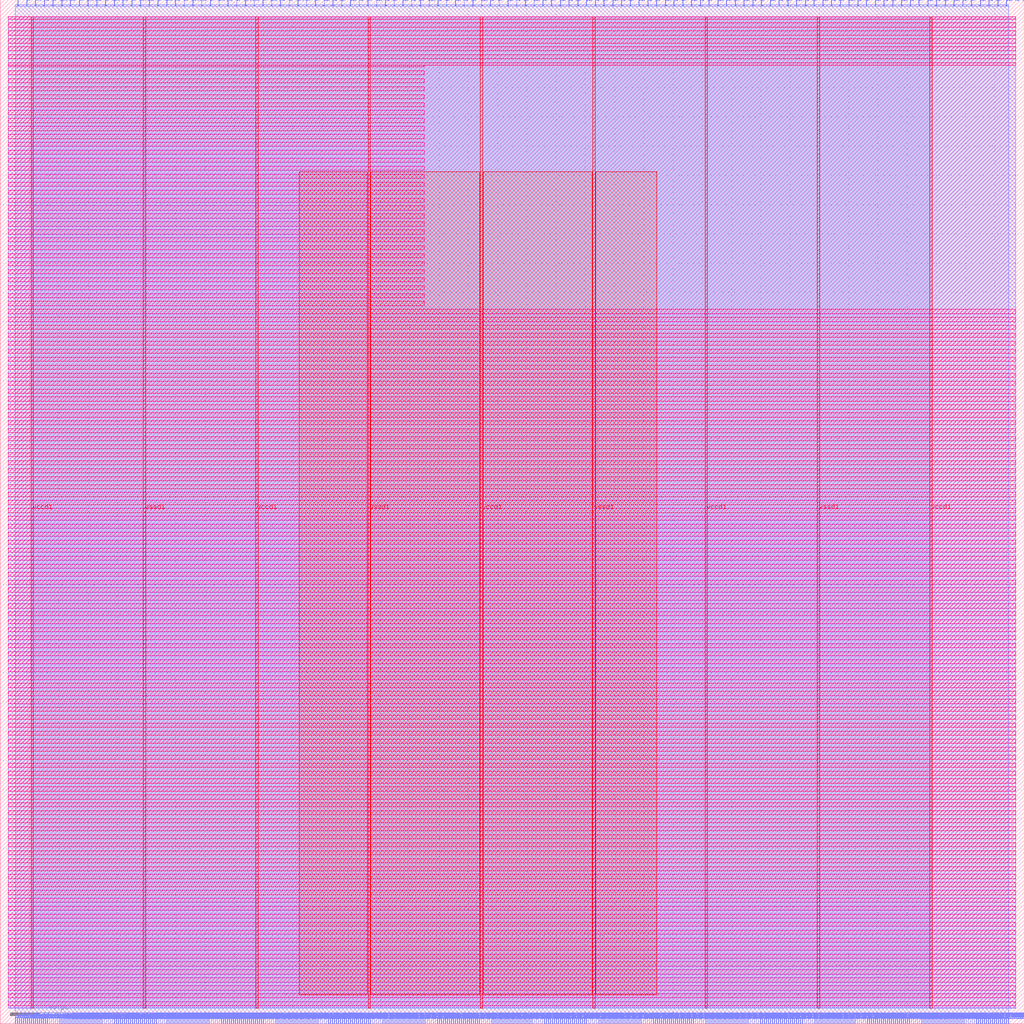
<source format=lef>
VERSION 5.7 ;
  NOWIREEXTENSIONATPIN ON ;
  DIVIDERCHAR "/" ;
  BUSBITCHARS "[]" ;
MACRO user_proj_example
  CLASS BLOCK ;
  FOREIGN user_proj_example ;
  ORIGIN 0.000 0.000 ;
  SIZE 700.000 BY 700.000 ;
  PIN io_in[0]
    DIRECTION INPUT ;
    USE SIGNAL ;
    PORT
      LAYER met2 ;
        RECT 12.050 696.000 12.330 700.000 ;
    END
  END io_in[0]
  PIN io_in[10]
    DIRECTION INPUT ;
    USE SIGNAL ;
    PORT
      LAYER met2 ;
        RECT 191.450 696.000 191.730 700.000 ;
    END
  END io_in[10]
  PIN io_in[11]
    DIRECTION INPUT ;
    USE SIGNAL ;
    PORT
      LAYER met2 ;
        RECT 209.390 696.000 209.670 700.000 ;
    END
  END io_in[11]
  PIN io_in[12]
    DIRECTION INPUT ;
    USE SIGNAL ;
    PORT
      LAYER met2 ;
        RECT 227.330 696.000 227.610 700.000 ;
    END
  END io_in[12]
  PIN io_in[13]
    DIRECTION INPUT ;
    USE SIGNAL ;
    PORT
      LAYER met2 ;
        RECT 245.270 696.000 245.550 700.000 ;
    END
  END io_in[13]
  PIN io_in[14]
    DIRECTION INPUT ;
    USE SIGNAL ;
    PORT
      LAYER met2 ;
        RECT 263.210 696.000 263.490 700.000 ;
    END
  END io_in[14]
  PIN io_in[15]
    DIRECTION INPUT ;
    USE SIGNAL ;
    PORT
      LAYER met2 ;
        RECT 281.150 696.000 281.430 700.000 ;
    END
  END io_in[15]
  PIN io_in[16]
    DIRECTION INPUT ;
    USE SIGNAL ;
    PORT
      LAYER met2 ;
        RECT 299.090 696.000 299.370 700.000 ;
    END
  END io_in[16]
  PIN io_in[17]
    DIRECTION INPUT ;
    USE SIGNAL ;
    PORT
      LAYER met2 ;
        RECT 317.030 696.000 317.310 700.000 ;
    END
  END io_in[17]
  PIN io_in[18]
    DIRECTION INPUT ;
    USE SIGNAL ;
    PORT
      LAYER met2 ;
        RECT 334.970 696.000 335.250 700.000 ;
    END
  END io_in[18]
  PIN io_in[19]
    DIRECTION INPUT ;
    USE SIGNAL ;
    PORT
      LAYER met2 ;
        RECT 352.910 696.000 353.190 700.000 ;
    END
  END io_in[19]
  PIN io_in[1]
    DIRECTION INPUT ;
    USE SIGNAL ;
    PORT
      LAYER met2 ;
        RECT 29.990 696.000 30.270 700.000 ;
    END
  END io_in[1]
  PIN io_in[20]
    DIRECTION INPUT ;
    USE SIGNAL ;
    PORT
      LAYER met2 ;
        RECT 370.850 696.000 371.130 700.000 ;
    END
  END io_in[20]
  PIN io_in[21]
    DIRECTION INPUT ;
    USE SIGNAL ;
    PORT
      LAYER met2 ;
        RECT 388.790 696.000 389.070 700.000 ;
    END
  END io_in[21]
  PIN io_in[22]
    DIRECTION INPUT ;
    USE SIGNAL ;
    PORT
      LAYER met2 ;
        RECT 406.730 696.000 407.010 700.000 ;
    END
  END io_in[22]
  PIN io_in[23]
    DIRECTION INPUT ;
    USE SIGNAL ;
    PORT
      LAYER met2 ;
        RECT 424.670 696.000 424.950 700.000 ;
    END
  END io_in[23]
  PIN io_in[24]
    DIRECTION INPUT ;
    USE SIGNAL ;
    PORT
      LAYER met2 ;
        RECT 442.610 696.000 442.890 700.000 ;
    END
  END io_in[24]
  PIN io_in[25]
    DIRECTION INPUT ;
    USE SIGNAL ;
    PORT
      LAYER met2 ;
        RECT 460.550 696.000 460.830 700.000 ;
    END
  END io_in[25]
  PIN io_in[26]
    DIRECTION INPUT ;
    USE SIGNAL ;
    PORT
      LAYER met2 ;
        RECT 478.490 696.000 478.770 700.000 ;
    END
  END io_in[26]
  PIN io_in[27]
    DIRECTION INPUT ;
    USE SIGNAL ;
    PORT
      LAYER met2 ;
        RECT 496.430 696.000 496.710 700.000 ;
    END
  END io_in[27]
  PIN io_in[28]
    DIRECTION INPUT ;
    USE SIGNAL ;
    PORT
      LAYER met2 ;
        RECT 514.370 696.000 514.650 700.000 ;
    END
  END io_in[28]
  PIN io_in[29]
    DIRECTION INPUT ;
    USE SIGNAL ;
    PORT
      LAYER met2 ;
        RECT 532.310 696.000 532.590 700.000 ;
    END
  END io_in[29]
  PIN io_in[2]
    DIRECTION INPUT ;
    USE SIGNAL ;
    PORT
      LAYER met2 ;
        RECT 47.930 696.000 48.210 700.000 ;
    END
  END io_in[2]
  PIN io_in[30]
    DIRECTION INPUT ;
    USE SIGNAL ;
    PORT
      LAYER met2 ;
        RECT 550.250 696.000 550.530 700.000 ;
    END
  END io_in[30]
  PIN io_in[31]
    DIRECTION INPUT ;
    USE SIGNAL ;
    PORT
      LAYER met2 ;
        RECT 568.190 696.000 568.470 700.000 ;
    END
  END io_in[31]
  PIN io_in[32]
    DIRECTION INPUT ;
    USE SIGNAL ;
    PORT
      LAYER met2 ;
        RECT 586.130 696.000 586.410 700.000 ;
    END
  END io_in[32]
  PIN io_in[33]
    DIRECTION INPUT ;
    USE SIGNAL ;
    PORT
      LAYER met2 ;
        RECT 604.070 696.000 604.350 700.000 ;
    END
  END io_in[33]
  PIN io_in[34]
    DIRECTION INPUT ;
    USE SIGNAL ;
    PORT
      LAYER met2 ;
        RECT 622.010 696.000 622.290 700.000 ;
    END
  END io_in[34]
  PIN io_in[35]
    DIRECTION INPUT ;
    USE SIGNAL ;
    PORT
      LAYER met2 ;
        RECT 639.950 696.000 640.230 700.000 ;
    END
  END io_in[35]
  PIN io_in[36]
    DIRECTION INPUT ;
    USE SIGNAL ;
    PORT
      LAYER met2 ;
        RECT 657.890 696.000 658.170 700.000 ;
    END
  END io_in[36]
  PIN io_in[37]
    DIRECTION INPUT ;
    USE SIGNAL ;
    PORT
      LAYER met2 ;
        RECT 675.830 696.000 676.110 700.000 ;
    END
  END io_in[37]
  PIN io_in[3]
    DIRECTION INPUT ;
    USE SIGNAL ;
    PORT
      LAYER met2 ;
        RECT 65.870 696.000 66.150 700.000 ;
    END
  END io_in[3]
  PIN io_in[4]
    DIRECTION INPUT ;
    USE SIGNAL ;
    PORT
      LAYER met2 ;
        RECT 83.810 696.000 84.090 700.000 ;
    END
  END io_in[4]
  PIN io_in[5]
    DIRECTION INPUT ;
    USE SIGNAL ;
    PORT
      LAYER met2 ;
        RECT 101.750 696.000 102.030 700.000 ;
    END
  END io_in[5]
  PIN io_in[6]
    DIRECTION INPUT ;
    USE SIGNAL ;
    PORT
      LAYER met2 ;
        RECT 119.690 696.000 119.970 700.000 ;
    END
  END io_in[6]
  PIN io_in[7]
    DIRECTION INPUT ;
    USE SIGNAL ;
    PORT
      LAYER met2 ;
        RECT 137.630 696.000 137.910 700.000 ;
    END
  END io_in[7]
  PIN io_in[8]
    DIRECTION INPUT ;
    USE SIGNAL ;
    PORT
      LAYER met2 ;
        RECT 155.570 696.000 155.850 700.000 ;
    END
  END io_in[8]
  PIN io_in[9]
    DIRECTION INPUT ;
    USE SIGNAL ;
    PORT
      LAYER met2 ;
        RECT 173.510 696.000 173.790 700.000 ;
    END
  END io_in[9]
  PIN io_oeb[0]
    DIRECTION OUTPUT TRISTATE ;
    USE SIGNAL ;
    PORT
      LAYER met2 ;
        RECT 18.030 696.000 18.310 700.000 ;
    END
  END io_oeb[0]
  PIN io_oeb[10]
    DIRECTION OUTPUT TRISTATE ;
    USE SIGNAL ;
    PORT
      LAYER met2 ;
        RECT 197.430 696.000 197.710 700.000 ;
    END
  END io_oeb[10]
  PIN io_oeb[11]
    DIRECTION OUTPUT TRISTATE ;
    USE SIGNAL ;
    PORT
      LAYER met2 ;
        RECT 215.370 696.000 215.650 700.000 ;
    END
  END io_oeb[11]
  PIN io_oeb[12]
    DIRECTION OUTPUT TRISTATE ;
    USE SIGNAL ;
    PORT
      LAYER met2 ;
        RECT 233.310 696.000 233.590 700.000 ;
    END
  END io_oeb[12]
  PIN io_oeb[13]
    DIRECTION OUTPUT TRISTATE ;
    USE SIGNAL ;
    PORT
      LAYER met2 ;
        RECT 251.250 696.000 251.530 700.000 ;
    END
  END io_oeb[13]
  PIN io_oeb[14]
    DIRECTION OUTPUT TRISTATE ;
    USE SIGNAL ;
    PORT
      LAYER met2 ;
        RECT 269.190 696.000 269.470 700.000 ;
    END
  END io_oeb[14]
  PIN io_oeb[15]
    DIRECTION OUTPUT TRISTATE ;
    USE SIGNAL ;
    PORT
      LAYER met2 ;
        RECT 287.130 696.000 287.410 700.000 ;
    END
  END io_oeb[15]
  PIN io_oeb[16]
    DIRECTION OUTPUT TRISTATE ;
    USE SIGNAL ;
    PORT
      LAYER met2 ;
        RECT 305.070 696.000 305.350 700.000 ;
    END
  END io_oeb[16]
  PIN io_oeb[17]
    DIRECTION OUTPUT TRISTATE ;
    USE SIGNAL ;
    PORT
      LAYER met2 ;
        RECT 323.010 696.000 323.290 700.000 ;
    END
  END io_oeb[17]
  PIN io_oeb[18]
    DIRECTION OUTPUT TRISTATE ;
    USE SIGNAL ;
    PORT
      LAYER met2 ;
        RECT 340.950 696.000 341.230 700.000 ;
    END
  END io_oeb[18]
  PIN io_oeb[19]
    DIRECTION OUTPUT TRISTATE ;
    USE SIGNAL ;
    PORT
      LAYER met2 ;
        RECT 358.890 696.000 359.170 700.000 ;
    END
  END io_oeb[19]
  PIN io_oeb[1]
    DIRECTION OUTPUT TRISTATE ;
    USE SIGNAL ;
    PORT
      LAYER met2 ;
        RECT 35.970 696.000 36.250 700.000 ;
    END
  END io_oeb[1]
  PIN io_oeb[20]
    DIRECTION OUTPUT TRISTATE ;
    USE SIGNAL ;
    PORT
      LAYER met2 ;
        RECT 376.830 696.000 377.110 700.000 ;
    END
  END io_oeb[20]
  PIN io_oeb[21]
    DIRECTION OUTPUT TRISTATE ;
    USE SIGNAL ;
    PORT
      LAYER met2 ;
        RECT 394.770 696.000 395.050 700.000 ;
    END
  END io_oeb[21]
  PIN io_oeb[22]
    DIRECTION OUTPUT TRISTATE ;
    USE SIGNAL ;
    PORT
      LAYER met2 ;
        RECT 412.710 696.000 412.990 700.000 ;
    END
  END io_oeb[22]
  PIN io_oeb[23]
    DIRECTION OUTPUT TRISTATE ;
    USE SIGNAL ;
    PORT
      LAYER met2 ;
        RECT 430.650 696.000 430.930 700.000 ;
    END
  END io_oeb[23]
  PIN io_oeb[24]
    DIRECTION OUTPUT TRISTATE ;
    USE SIGNAL ;
    PORT
      LAYER met2 ;
        RECT 448.590 696.000 448.870 700.000 ;
    END
  END io_oeb[24]
  PIN io_oeb[25]
    DIRECTION OUTPUT TRISTATE ;
    USE SIGNAL ;
    PORT
      LAYER met2 ;
        RECT 466.530 696.000 466.810 700.000 ;
    END
  END io_oeb[25]
  PIN io_oeb[26]
    DIRECTION OUTPUT TRISTATE ;
    USE SIGNAL ;
    PORT
      LAYER met2 ;
        RECT 484.470 696.000 484.750 700.000 ;
    END
  END io_oeb[26]
  PIN io_oeb[27]
    DIRECTION OUTPUT TRISTATE ;
    USE SIGNAL ;
    PORT
      LAYER met2 ;
        RECT 502.410 696.000 502.690 700.000 ;
    END
  END io_oeb[27]
  PIN io_oeb[28]
    DIRECTION OUTPUT TRISTATE ;
    USE SIGNAL ;
    PORT
      LAYER met2 ;
        RECT 520.350 696.000 520.630 700.000 ;
    END
  END io_oeb[28]
  PIN io_oeb[29]
    DIRECTION OUTPUT TRISTATE ;
    USE SIGNAL ;
    PORT
      LAYER met2 ;
        RECT 538.290 696.000 538.570 700.000 ;
    END
  END io_oeb[29]
  PIN io_oeb[2]
    DIRECTION OUTPUT TRISTATE ;
    USE SIGNAL ;
    PORT
      LAYER met2 ;
        RECT 53.910 696.000 54.190 700.000 ;
    END
  END io_oeb[2]
  PIN io_oeb[30]
    DIRECTION OUTPUT TRISTATE ;
    USE SIGNAL ;
    PORT
      LAYER met2 ;
        RECT 556.230 696.000 556.510 700.000 ;
    END
  END io_oeb[30]
  PIN io_oeb[31]
    DIRECTION OUTPUT TRISTATE ;
    USE SIGNAL ;
    PORT
      LAYER met2 ;
        RECT 574.170 696.000 574.450 700.000 ;
    END
  END io_oeb[31]
  PIN io_oeb[32]
    DIRECTION OUTPUT TRISTATE ;
    USE SIGNAL ;
    PORT
      LAYER met2 ;
        RECT 592.110 696.000 592.390 700.000 ;
    END
  END io_oeb[32]
  PIN io_oeb[33]
    DIRECTION OUTPUT TRISTATE ;
    USE SIGNAL ;
    PORT
      LAYER met2 ;
        RECT 610.050 696.000 610.330 700.000 ;
    END
  END io_oeb[33]
  PIN io_oeb[34]
    DIRECTION OUTPUT TRISTATE ;
    USE SIGNAL ;
    PORT
      LAYER met2 ;
        RECT 627.990 696.000 628.270 700.000 ;
    END
  END io_oeb[34]
  PIN io_oeb[35]
    DIRECTION OUTPUT TRISTATE ;
    USE SIGNAL ;
    PORT
      LAYER met2 ;
        RECT 645.930 696.000 646.210 700.000 ;
    END
  END io_oeb[35]
  PIN io_oeb[36]
    DIRECTION OUTPUT TRISTATE ;
    USE SIGNAL ;
    PORT
      LAYER met2 ;
        RECT 663.870 696.000 664.150 700.000 ;
    END
  END io_oeb[36]
  PIN io_oeb[37]
    DIRECTION OUTPUT TRISTATE ;
    USE SIGNAL ;
    PORT
      LAYER met2 ;
        RECT 681.810 696.000 682.090 700.000 ;
    END
  END io_oeb[37]
  PIN io_oeb[3]
    DIRECTION OUTPUT TRISTATE ;
    USE SIGNAL ;
    PORT
      LAYER met2 ;
        RECT 71.850 696.000 72.130 700.000 ;
    END
  END io_oeb[3]
  PIN io_oeb[4]
    DIRECTION OUTPUT TRISTATE ;
    USE SIGNAL ;
    PORT
      LAYER met2 ;
        RECT 89.790 696.000 90.070 700.000 ;
    END
  END io_oeb[4]
  PIN io_oeb[5]
    DIRECTION OUTPUT TRISTATE ;
    USE SIGNAL ;
    PORT
      LAYER met2 ;
        RECT 107.730 696.000 108.010 700.000 ;
    END
  END io_oeb[5]
  PIN io_oeb[6]
    DIRECTION OUTPUT TRISTATE ;
    USE SIGNAL ;
    PORT
      LAYER met2 ;
        RECT 125.670 696.000 125.950 700.000 ;
    END
  END io_oeb[6]
  PIN io_oeb[7]
    DIRECTION OUTPUT TRISTATE ;
    USE SIGNAL ;
    PORT
      LAYER met2 ;
        RECT 143.610 696.000 143.890 700.000 ;
    END
  END io_oeb[7]
  PIN io_oeb[8]
    DIRECTION OUTPUT TRISTATE ;
    USE SIGNAL ;
    PORT
      LAYER met2 ;
        RECT 161.550 696.000 161.830 700.000 ;
    END
  END io_oeb[8]
  PIN io_oeb[9]
    DIRECTION OUTPUT TRISTATE ;
    USE SIGNAL ;
    PORT
      LAYER met2 ;
        RECT 179.490 696.000 179.770 700.000 ;
    END
  END io_oeb[9]
  PIN io_out[0]
    DIRECTION OUTPUT TRISTATE ;
    USE SIGNAL ;
    PORT
      LAYER met2 ;
        RECT 24.010 696.000 24.290 700.000 ;
    END
  END io_out[0]
  PIN io_out[10]
    DIRECTION OUTPUT TRISTATE ;
    USE SIGNAL ;
    PORT
      LAYER met2 ;
        RECT 203.410 696.000 203.690 700.000 ;
    END
  END io_out[10]
  PIN io_out[11]
    DIRECTION OUTPUT TRISTATE ;
    USE SIGNAL ;
    PORT
      LAYER met2 ;
        RECT 221.350 696.000 221.630 700.000 ;
    END
  END io_out[11]
  PIN io_out[12]
    DIRECTION OUTPUT TRISTATE ;
    USE SIGNAL ;
    PORT
      LAYER met2 ;
        RECT 239.290 696.000 239.570 700.000 ;
    END
  END io_out[12]
  PIN io_out[13]
    DIRECTION OUTPUT TRISTATE ;
    USE SIGNAL ;
    PORT
      LAYER met2 ;
        RECT 257.230 696.000 257.510 700.000 ;
    END
  END io_out[13]
  PIN io_out[14]
    DIRECTION OUTPUT TRISTATE ;
    USE SIGNAL ;
    PORT
      LAYER met2 ;
        RECT 275.170 696.000 275.450 700.000 ;
    END
  END io_out[14]
  PIN io_out[15]
    DIRECTION OUTPUT TRISTATE ;
    USE SIGNAL ;
    PORT
      LAYER met2 ;
        RECT 293.110 696.000 293.390 700.000 ;
    END
  END io_out[15]
  PIN io_out[16]
    DIRECTION OUTPUT TRISTATE ;
    USE SIGNAL ;
    PORT
      LAYER met2 ;
        RECT 311.050 696.000 311.330 700.000 ;
    END
  END io_out[16]
  PIN io_out[17]
    DIRECTION OUTPUT TRISTATE ;
    USE SIGNAL ;
    PORT
      LAYER met2 ;
        RECT 328.990 696.000 329.270 700.000 ;
    END
  END io_out[17]
  PIN io_out[18]
    DIRECTION OUTPUT TRISTATE ;
    USE SIGNAL ;
    PORT
      LAYER met2 ;
        RECT 346.930 696.000 347.210 700.000 ;
    END
  END io_out[18]
  PIN io_out[19]
    DIRECTION OUTPUT TRISTATE ;
    USE SIGNAL ;
    PORT
      LAYER met2 ;
        RECT 364.870 696.000 365.150 700.000 ;
    END
  END io_out[19]
  PIN io_out[1]
    DIRECTION OUTPUT TRISTATE ;
    USE SIGNAL ;
    PORT
      LAYER met2 ;
        RECT 41.950 696.000 42.230 700.000 ;
    END
  END io_out[1]
  PIN io_out[20]
    DIRECTION OUTPUT TRISTATE ;
    USE SIGNAL ;
    PORT
      LAYER met2 ;
        RECT 382.810 696.000 383.090 700.000 ;
    END
  END io_out[20]
  PIN io_out[21]
    DIRECTION OUTPUT TRISTATE ;
    USE SIGNAL ;
    PORT
      LAYER met2 ;
        RECT 400.750 696.000 401.030 700.000 ;
    END
  END io_out[21]
  PIN io_out[22]
    DIRECTION OUTPUT TRISTATE ;
    USE SIGNAL ;
    PORT
      LAYER met2 ;
        RECT 418.690 696.000 418.970 700.000 ;
    END
  END io_out[22]
  PIN io_out[23]
    DIRECTION OUTPUT TRISTATE ;
    USE SIGNAL ;
    PORT
      LAYER met2 ;
        RECT 436.630 696.000 436.910 700.000 ;
    END
  END io_out[23]
  PIN io_out[24]
    DIRECTION OUTPUT TRISTATE ;
    USE SIGNAL ;
    PORT
      LAYER met2 ;
        RECT 454.570 696.000 454.850 700.000 ;
    END
  END io_out[24]
  PIN io_out[25]
    DIRECTION OUTPUT TRISTATE ;
    USE SIGNAL ;
    PORT
      LAYER met2 ;
        RECT 472.510 696.000 472.790 700.000 ;
    END
  END io_out[25]
  PIN io_out[26]
    DIRECTION OUTPUT TRISTATE ;
    USE SIGNAL ;
    PORT
      LAYER met2 ;
        RECT 490.450 696.000 490.730 700.000 ;
    END
  END io_out[26]
  PIN io_out[27]
    DIRECTION OUTPUT TRISTATE ;
    USE SIGNAL ;
    PORT
      LAYER met2 ;
        RECT 508.390 696.000 508.670 700.000 ;
    END
  END io_out[27]
  PIN io_out[28]
    DIRECTION OUTPUT TRISTATE ;
    USE SIGNAL ;
    PORT
      LAYER met2 ;
        RECT 526.330 696.000 526.610 700.000 ;
    END
  END io_out[28]
  PIN io_out[29]
    DIRECTION OUTPUT TRISTATE ;
    USE SIGNAL ;
    PORT
      LAYER met2 ;
        RECT 544.270 696.000 544.550 700.000 ;
    END
  END io_out[29]
  PIN io_out[2]
    DIRECTION OUTPUT TRISTATE ;
    USE SIGNAL ;
    PORT
      LAYER met2 ;
        RECT 59.890 696.000 60.170 700.000 ;
    END
  END io_out[2]
  PIN io_out[30]
    DIRECTION OUTPUT TRISTATE ;
    USE SIGNAL ;
    PORT
      LAYER met2 ;
        RECT 562.210 696.000 562.490 700.000 ;
    END
  END io_out[30]
  PIN io_out[31]
    DIRECTION OUTPUT TRISTATE ;
    USE SIGNAL ;
    PORT
      LAYER met2 ;
        RECT 580.150 696.000 580.430 700.000 ;
    END
  END io_out[31]
  PIN io_out[32]
    DIRECTION OUTPUT TRISTATE ;
    USE SIGNAL ;
    PORT
      LAYER met2 ;
        RECT 598.090 696.000 598.370 700.000 ;
    END
  END io_out[32]
  PIN io_out[33]
    DIRECTION OUTPUT TRISTATE ;
    USE SIGNAL ;
    PORT
      LAYER met2 ;
        RECT 616.030 696.000 616.310 700.000 ;
    END
  END io_out[33]
  PIN io_out[34]
    DIRECTION OUTPUT TRISTATE ;
    USE SIGNAL ;
    PORT
      LAYER met2 ;
        RECT 633.970 696.000 634.250 700.000 ;
    END
  END io_out[34]
  PIN io_out[35]
    DIRECTION OUTPUT TRISTATE ;
    USE SIGNAL ;
    PORT
      LAYER met2 ;
        RECT 651.910 696.000 652.190 700.000 ;
    END
  END io_out[35]
  PIN io_out[36]
    DIRECTION OUTPUT TRISTATE ;
    USE SIGNAL ;
    PORT
      LAYER met2 ;
        RECT 669.850 696.000 670.130 700.000 ;
    END
  END io_out[36]
  PIN io_out[37]
    DIRECTION OUTPUT TRISTATE ;
    USE SIGNAL ;
    PORT
      LAYER met2 ;
        RECT 687.790 696.000 688.070 700.000 ;
    END
  END io_out[37]
  PIN io_out[3]
    DIRECTION OUTPUT TRISTATE ;
    USE SIGNAL ;
    PORT
      LAYER met2 ;
        RECT 77.830 696.000 78.110 700.000 ;
    END
  END io_out[3]
  PIN io_out[4]
    DIRECTION OUTPUT TRISTATE ;
    USE SIGNAL ;
    PORT
      LAYER met2 ;
        RECT 95.770 696.000 96.050 700.000 ;
    END
  END io_out[4]
  PIN io_out[5]
    DIRECTION OUTPUT TRISTATE ;
    USE SIGNAL ;
    PORT
      LAYER met2 ;
        RECT 113.710 696.000 113.990 700.000 ;
    END
  END io_out[5]
  PIN io_out[6]
    DIRECTION OUTPUT TRISTATE ;
    USE SIGNAL ;
    PORT
      LAYER met2 ;
        RECT 131.650 696.000 131.930 700.000 ;
    END
  END io_out[6]
  PIN io_out[7]
    DIRECTION OUTPUT TRISTATE ;
    USE SIGNAL ;
    PORT
      LAYER met2 ;
        RECT 149.590 696.000 149.870 700.000 ;
    END
  END io_out[7]
  PIN io_out[8]
    DIRECTION OUTPUT TRISTATE ;
    USE SIGNAL ;
    PORT
      LAYER met2 ;
        RECT 167.530 696.000 167.810 700.000 ;
    END
  END io_out[8]
  PIN io_out[9]
    DIRECTION OUTPUT TRISTATE ;
    USE SIGNAL ;
    PORT
      LAYER met2 ;
        RECT 185.470 696.000 185.750 700.000 ;
    END
  END io_out[9]
  PIN irq[0]
    DIRECTION OUTPUT TRISTATE ;
    USE SIGNAL ;
    PORT
      LAYER met2 ;
        RECT 686.410 0.000 686.690 4.000 ;
    END
  END irq[0]
  PIN irq[1]
    DIRECTION OUTPUT TRISTATE ;
    USE SIGNAL ;
    PORT
      LAYER met2 ;
        RECT 687.790 0.000 688.070 4.000 ;
    END
  END irq[1]
  PIN irq[2]
    DIRECTION OUTPUT TRISTATE ;
    USE SIGNAL ;
    PORT
      LAYER met2 ;
        RECT 689.170 0.000 689.450 4.000 ;
    END
  END irq[2]
  PIN la_data_in[0]
    DIRECTION INPUT ;
    USE SIGNAL ;
    PORT
      LAYER met2 ;
        RECT 156.490 0.000 156.770 4.000 ;
    END
  END la_data_in[0]
  PIN la_data_in[100]
    DIRECTION INPUT ;
    USE SIGNAL ;
    PORT
      LAYER met2 ;
        RECT 570.490 0.000 570.770 4.000 ;
    END
  END la_data_in[100]
  PIN la_data_in[101]
    DIRECTION INPUT ;
    USE SIGNAL ;
    PORT
      LAYER met2 ;
        RECT 574.630 0.000 574.910 4.000 ;
    END
  END la_data_in[101]
  PIN la_data_in[102]
    DIRECTION INPUT ;
    USE SIGNAL ;
    PORT
      LAYER met2 ;
        RECT 578.770 0.000 579.050 4.000 ;
    END
  END la_data_in[102]
  PIN la_data_in[103]
    DIRECTION INPUT ;
    USE SIGNAL ;
    PORT
      LAYER met2 ;
        RECT 582.910 0.000 583.190 4.000 ;
    END
  END la_data_in[103]
  PIN la_data_in[104]
    DIRECTION INPUT ;
    USE SIGNAL ;
    PORT
      LAYER met2 ;
        RECT 587.050 0.000 587.330 4.000 ;
    END
  END la_data_in[104]
  PIN la_data_in[105]
    DIRECTION INPUT ;
    USE SIGNAL ;
    PORT
      LAYER met2 ;
        RECT 591.190 0.000 591.470 4.000 ;
    END
  END la_data_in[105]
  PIN la_data_in[106]
    DIRECTION INPUT ;
    USE SIGNAL ;
    PORT
      LAYER met2 ;
        RECT 595.330 0.000 595.610 4.000 ;
    END
  END la_data_in[106]
  PIN la_data_in[107]
    DIRECTION INPUT ;
    USE SIGNAL ;
    PORT
      LAYER met2 ;
        RECT 599.470 0.000 599.750 4.000 ;
    END
  END la_data_in[107]
  PIN la_data_in[108]
    DIRECTION INPUT ;
    USE SIGNAL ;
    PORT
      LAYER met2 ;
        RECT 603.610 0.000 603.890 4.000 ;
    END
  END la_data_in[108]
  PIN la_data_in[109]
    DIRECTION INPUT ;
    USE SIGNAL ;
    PORT
      LAYER met2 ;
        RECT 607.750 0.000 608.030 4.000 ;
    END
  END la_data_in[109]
  PIN la_data_in[10]
    DIRECTION INPUT ;
    USE SIGNAL ;
    PORT
      LAYER met2 ;
        RECT 197.890 0.000 198.170 4.000 ;
    END
  END la_data_in[10]
  PIN la_data_in[110]
    DIRECTION INPUT ;
    USE SIGNAL ;
    PORT
      LAYER met2 ;
        RECT 611.890 0.000 612.170 4.000 ;
    END
  END la_data_in[110]
  PIN la_data_in[111]
    DIRECTION INPUT ;
    USE SIGNAL ;
    PORT
      LAYER met2 ;
        RECT 616.030 0.000 616.310 4.000 ;
    END
  END la_data_in[111]
  PIN la_data_in[112]
    DIRECTION INPUT ;
    USE SIGNAL ;
    PORT
      LAYER met2 ;
        RECT 620.170 0.000 620.450 4.000 ;
    END
  END la_data_in[112]
  PIN la_data_in[113]
    DIRECTION INPUT ;
    USE SIGNAL ;
    PORT
      LAYER met2 ;
        RECT 624.310 0.000 624.590 4.000 ;
    END
  END la_data_in[113]
  PIN la_data_in[114]
    DIRECTION INPUT ;
    USE SIGNAL ;
    PORT
      LAYER met2 ;
        RECT 628.450 0.000 628.730 4.000 ;
    END
  END la_data_in[114]
  PIN la_data_in[115]
    DIRECTION INPUT ;
    USE SIGNAL ;
    PORT
      LAYER met2 ;
        RECT 632.590 0.000 632.870 4.000 ;
    END
  END la_data_in[115]
  PIN la_data_in[116]
    DIRECTION INPUT ;
    USE SIGNAL ;
    PORT
      LAYER met2 ;
        RECT 636.730 0.000 637.010 4.000 ;
    END
  END la_data_in[116]
  PIN la_data_in[117]
    DIRECTION INPUT ;
    USE SIGNAL ;
    PORT
      LAYER met2 ;
        RECT 640.870 0.000 641.150 4.000 ;
    END
  END la_data_in[117]
  PIN la_data_in[118]
    DIRECTION INPUT ;
    USE SIGNAL ;
    PORT
      LAYER met2 ;
        RECT 645.010 0.000 645.290 4.000 ;
    END
  END la_data_in[118]
  PIN la_data_in[119]
    DIRECTION INPUT ;
    USE SIGNAL ;
    PORT
      LAYER met2 ;
        RECT 649.150 0.000 649.430 4.000 ;
    END
  END la_data_in[119]
  PIN la_data_in[11]
    DIRECTION INPUT ;
    USE SIGNAL ;
    PORT
      LAYER met2 ;
        RECT 202.030 0.000 202.310 4.000 ;
    END
  END la_data_in[11]
  PIN la_data_in[120]
    DIRECTION INPUT ;
    USE SIGNAL ;
    PORT
      LAYER met2 ;
        RECT 653.290 0.000 653.570 4.000 ;
    END
  END la_data_in[120]
  PIN la_data_in[121]
    DIRECTION INPUT ;
    USE SIGNAL ;
    PORT
      LAYER met2 ;
        RECT 657.430 0.000 657.710 4.000 ;
    END
  END la_data_in[121]
  PIN la_data_in[122]
    DIRECTION INPUT ;
    USE SIGNAL ;
    PORT
      LAYER met2 ;
        RECT 661.570 0.000 661.850 4.000 ;
    END
  END la_data_in[122]
  PIN la_data_in[123]
    DIRECTION INPUT ;
    USE SIGNAL ;
    PORT
      LAYER met2 ;
        RECT 665.710 0.000 665.990 4.000 ;
    END
  END la_data_in[123]
  PIN la_data_in[124]
    DIRECTION INPUT ;
    USE SIGNAL ;
    PORT
      LAYER met2 ;
        RECT 669.850 0.000 670.130 4.000 ;
    END
  END la_data_in[124]
  PIN la_data_in[125]
    DIRECTION INPUT ;
    USE SIGNAL ;
    PORT
      LAYER met2 ;
        RECT 673.990 0.000 674.270 4.000 ;
    END
  END la_data_in[125]
  PIN la_data_in[126]
    DIRECTION INPUT ;
    USE SIGNAL ;
    PORT
      LAYER met2 ;
        RECT 678.130 0.000 678.410 4.000 ;
    END
  END la_data_in[126]
  PIN la_data_in[127]
    DIRECTION INPUT ;
    USE SIGNAL ;
    PORT
      LAYER met2 ;
        RECT 682.270 0.000 682.550 4.000 ;
    END
  END la_data_in[127]
  PIN la_data_in[12]
    DIRECTION INPUT ;
    USE SIGNAL ;
    PORT
      LAYER met2 ;
        RECT 206.170 0.000 206.450 4.000 ;
    END
  END la_data_in[12]
  PIN la_data_in[13]
    DIRECTION INPUT ;
    USE SIGNAL ;
    PORT
      LAYER met2 ;
        RECT 210.310 0.000 210.590 4.000 ;
    END
  END la_data_in[13]
  PIN la_data_in[14]
    DIRECTION INPUT ;
    USE SIGNAL ;
    PORT
      LAYER met2 ;
        RECT 214.450 0.000 214.730 4.000 ;
    END
  END la_data_in[14]
  PIN la_data_in[15]
    DIRECTION INPUT ;
    USE SIGNAL ;
    PORT
      LAYER met2 ;
        RECT 218.590 0.000 218.870 4.000 ;
    END
  END la_data_in[15]
  PIN la_data_in[16]
    DIRECTION INPUT ;
    USE SIGNAL ;
    PORT
      LAYER met2 ;
        RECT 222.730 0.000 223.010 4.000 ;
    END
  END la_data_in[16]
  PIN la_data_in[17]
    DIRECTION INPUT ;
    USE SIGNAL ;
    PORT
      LAYER met2 ;
        RECT 226.870 0.000 227.150 4.000 ;
    END
  END la_data_in[17]
  PIN la_data_in[18]
    DIRECTION INPUT ;
    USE SIGNAL ;
    PORT
      LAYER met2 ;
        RECT 231.010 0.000 231.290 4.000 ;
    END
  END la_data_in[18]
  PIN la_data_in[19]
    DIRECTION INPUT ;
    USE SIGNAL ;
    PORT
      LAYER met2 ;
        RECT 235.150 0.000 235.430 4.000 ;
    END
  END la_data_in[19]
  PIN la_data_in[1]
    DIRECTION INPUT ;
    USE SIGNAL ;
    PORT
      LAYER met2 ;
        RECT 160.630 0.000 160.910 4.000 ;
    END
  END la_data_in[1]
  PIN la_data_in[20]
    DIRECTION INPUT ;
    USE SIGNAL ;
    PORT
      LAYER met2 ;
        RECT 239.290 0.000 239.570 4.000 ;
    END
  END la_data_in[20]
  PIN la_data_in[21]
    DIRECTION INPUT ;
    USE SIGNAL ;
    PORT
      LAYER met2 ;
        RECT 243.430 0.000 243.710 4.000 ;
    END
  END la_data_in[21]
  PIN la_data_in[22]
    DIRECTION INPUT ;
    USE SIGNAL ;
    PORT
      LAYER met2 ;
        RECT 247.570 0.000 247.850 4.000 ;
    END
  END la_data_in[22]
  PIN la_data_in[23]
    DIRECTION INPUT ;
    USE SIGNAL ;
    PORT
      LAYER met2 ;
        RECT 251.710 0.000 251.990 4.000 ;
    END
  END la_data_in[23]
  PIN la_data_in[24]
    DIRECTION INPUT ;
    USE SIGNAL ;
    PORT
      LAYER met2 ;
        RECT 255.850 0.000 256.130 4.000 ;
    END
  END la_data_in[24]
  PIN la_data_in[25]
    DIRECTION INPUT ;
    USE SIGNAL ;
    PORT
      LAYER met2 ;
        RECT 259.990 0.000 260.270 4.000 ;
    END
  END la_data_in[25]
  PIN la_data_in[26]
    DIRECTION INPUT ;
    USE SIGNAL ;
    PORT
      LAYER met2 ;
        RECT 264.130 0.000 264.410 4.000 ;
    END
  END la_data_in[26]
  PIN la_data_in[27]
    DIRECTION INPUT ;
    USE SIGNAL ;
    PORT
      LAYER met2 ;
        RECT 268.270 0.000 268.550 4.000 ;
    END
  END la_data_in[27]
  PIN la_data_in[28]
    DIRECTION INPUT ;
    USE SIGNAL ;
    PORT
      LAYER met2 ;
        RECT 272.410 0.000 272.690 4.000 ;
    END
  END la_data_in[28]
  PIN la_data_in[29]
    DIRECTION INPUT ;
    USE SIGNAL ;
    PORT
      LAYER met2 ;
        RECT 276.550 0.000 276.830 4.000 ;
    END
  END la_data_in[29]
  PIN la_data_in[2]
    DIRECTION INPUT ;
    USE SIGNAL ;
    PORT
      LAYER met2 ;
        RECT 164.770 0.000 165.050 4.000 ;
    END
  END la_data_in[2]
  PIN la_data_in[30]
    DIRECTION INPUT ;
    USE SIGNAL ;
    PORT
      LAYER met2 ;
        RECT 280.690 0.000 280.970 4.000 ;
    END
  END la_data_in[30]
  PIN la_data_in[31]
    DIRECTION INPUT ;
    USE SIGNAL ;
    PORT
      LAYER met2 ;
        RECT 284.830 0.000 285.110 4.000 ;
    END
  END la_data_in[31]
  PIN la_data_in[32]
    DIRECTION INPUT ;
    USE SIGNAL ;
    PORT
      LAYER met2 ;
        RECT 288.970 0.000 289.250 4.000 ;
    END
  END la_data_in[32]
  PIN la_data_in[33]
    DIRECTION INPUT ;
    USE SIGNAL ;
    PORT
      LAYER met2 ;
        RECT 293.110 0.000 293.390 4.000 ;
    END
  END la_data_in[33]
  PIN la_data_in[34]
    DIRECTION INPUT ;
    USE SIGNAL ;
    PORT
      LAYER met2 ;
        RECT 297.250 0.000 297.530 4.000 ;
    END
  END la_data_in[34]
  PIN la_data_in[35]
    DIRECTION INPUT ;
    USE SIGNAL ;
    PORT
      LAYER met2 ;
        RECT 301.390 0.000 301.670 4.000 ;
    END
  END la_data_in[35]
  PIN la_data_in[36]
    DIRECTION INPUT ;
    USE SIGNAL ;
    PORT
      LAYER met2 ;
        RECT 305.530 0.000 305.810 4.000 ;
    END
  END la_data_in[36]
  PIN la_data_in[37]
    DIRECTION INPUT ;
    USE SIGNAL ;
    PORT
      LAYER met2 ;
        RECT 309.670 0.000 309.950 4.000 ;
    END
  END la_data_in[37]
  PIN la_data_in[38]
    DIRECTION INPUT ;
    USE SIGNAL ;
    PORT
      LAYER met2 ;
        RECT 313.810 0.000 314.090 4.000 ;
    END
  END la_data_in[38]
  PIN la_data_in[39]
    DIRECTION INPUT ;
    USE SIGNAL ;
    PORT
      LAYER met2 ;
        RECT 317.950 0.000 318.230 4.000 ;
    END
  END la_data_in[39]
  PIN la_data_in[3]
    DIRECTION INPUT ;
    USE SIGNAL ;
    PORT
      LAYER met2 ;
        RECT 168.910 0.000 169.190 4.000 ;
    END
  END la_data_in[3]
  PIN la_data_in[40]
    DIRECTION INPUT ;
    USE SIGNAL ;
    PORT
      LAYER met2 ;
        RECT 322.090 0.000 322.370 4.000 ;
    END
  END la_data_in[40]
  PIN la_data_in[41]
    DIRECTION INPUT ;
    USE SIGNAL ;
    PORT
      LAYER met2 ;
        RECT 326.230 0.000 326.510 4.000 ;
    END
  END la_data_in[41]
  PIN la_data_in[42]
    DIRECTION INPUT ;
    USE SIGNAL ;
    PORT
      LAYER met2 ;
        RECT 330.370 0.000 330.650 4.000 ;
    END
  END la_data_in[42]
  PIN la_data_in[43]
    DIRECTION INPUT ;
    USE SIGNAL ;
    PORT
      LAYER met2 ;
        RECT 334.510 0.000 334.790 4.000 ;
    END
  END la_data_in[43]
  PIN la_data_in[44]
    DIRECTION INPUT ;
    USE SIGNAL ;
    PORT
      LAYER met2 ;
        RECT 338.650 0.000 338.930 4.000 ;
    END
  END la_data_in[44]
  PIN la_data_in[45]
    DIRECTION INPUT ;
    USE SIGNAL ;
    PORT
      LAYER met2 ;
        RECT 342.790 0.000 343.070 4.000 ;
    END
  END la_data_in[45]
  PIN la_data_in[46]
    DIRECTION INPUT ;
    USE SIGNAL ;
    PORT
      LAYER met2 ;
        RECT 346.930 0.000 347.210 4.000 ;
    END
  END la_data_in[46]
  PIN la_data_in[47]
    DIRECTION INPUT ;
    USE SIGNAL ;
    PORT
      LAYER met2 ;
        RECT 351.070 0.000 351.350 4.000 ;
    END
  END la_data_in[47]
  PIN la_data_in[48]
    DIRECTION INPUT ;
    USE SIGNAL ;
    PORT
      LAYER met2 ;
        RECT 355.210 0.000 355.490 4.000 ;
    END
  END la_data_in[48]
  PIN la_data_in[49]
    DIRECTION INPUT ;
    USE SIGNAL ;
    PORT
      LAYER met2 ;
        RECT 359.350 0.000 359.630 4.000 ;
    END
  END la_data_in[49]
  PIN la_data_in[4]
    DIRECTION INPUT ;
    USE SIGNAL ;
    PORT
      LAYER met2 ;
        RECT 173.050 0.000 173.330 4.000 ;
    END
  END la_data_in[4]
  PIN la_data_in[50]
    DIRECTION INPUT ;
    USE SIGNAL ;
    PORT
      LAYER met2 ;
        RECT 363.490 0.000 363.770 4.000 ;
    END
  END la_data_in[50]
  PIN la_data_in[51]
    DIRECTION INPUT ;
    USE SIGNAL ;
    PORT
      LAYER met2 ;
        RECT 367.630 0.000 367.910 4.000 ;
    END
  END la_data_in[51]
  PIN la_data_in[52]
    DIRECTION INPUT ;
    USE SIGNAL ;
    PORT
      LAYER met2 ;
        RECT 371.770 0.000 372.050 4.000 ;
    END
  END la_data_in[52]
  PIN la_data_in[53]
    DIRECTION INPUT ;
    USE SIGNAL ;
    PORT
      LAYER met2 ;
        RECT 375.910 0.000 376.190 4.000 ;
    END
  END la_data_in[53]
  PIN la_data_in[54]
    DIRECTION INPUT ;
    USE SIGNAL ;
    PORT
      LAYER met2 ;
        RECT 380.050 0.000 380.330 4.000 ;
    END
  END la_data_in[54]
  PIN la_data_in[55]
    DIRECTION INPUT ;
    USE SIGNAL ;
    PORT
      LAYER met2 ;
        RECT 384.190 0.000 384.470 4.000 ;
    END
  END la_data_in[55]
  PIN la_data_in[56]
    DIRECTION INPUT ;
    USE SIGNAL ;
    PORT
      LAYER met2 ;
        RECT 388.330 0.000 388.610 4.000 ;
    END
  END la_data_in[56]
  PIN la_data_in[57]
    DIRECTION INPUT ;
    USE SIGNAL ;
    PORT
      LAYER met2 ;
        RECT 392.470 0.000 392.750 4.000 ;
    END
  END la_data_in[57]
  PIN la_data_in[58]
    DIRECTION INPUT ;
    USE SIGNAL ;
    PORT
      LAYER met2 ;
        RECT 396.610 0.000 396.890 4.000 ;
    END
  END la_data_in[58]
  PIN la_data_in[59]
    DIRECTION INPUT ;
    USE SIGNAL ;
    PORT
      LAYER met2 ;
        RECT 400.750 0.000 401.030 4.000 ;
    END
  END la_data_in[59]
  PIN la_data_in[5]
    DIRECTION INPUT ;
    USE SIGNAL ;
    PORT
      LAYER met2 ;
        RECT 177.190 0.000 177.470 4.000 ;
    END
  END la_data_in[5]
  PIN la_data_in[60]
    DIRECTION INPUT ;
    USE SIGNAL ;
    PORT
      LAYER met2 ;
        RECT 404.890 0.000 405.170 4.000 ;
    END
  END la_data_in[60]
  PIN la_data_in[61]
    DIRECTION INPUT ;
    USE SIGNAL ;
    PORT
      LAYER met2 ;
        RECT 409.030 0.000 409.310 4.000 ;
    END
  END la_data_in[61]
  PIN la_data_in[62]
    DIRECTION INPUT ;
    USE SIGNAL ;
    PORT
      LAYER met2 ;
        RECT 413.170 0.000 413.450 4.000 ;
    END
  END la_data_in[62]
  PIN la_data_in[63]
    DIRECTION INPUT ;
    USE SIGNAL ;
    PORT
      LAYER met2 ;
        RECT 417.310 0.000 417.590 4.000 ;
    END
  END la_data_in[63]
  PIN la_data_in[64]
    DIRECTION INPUT ;
    USE SIGNAL ;
    PORT
      LAYER met2 ;
        RECT 421.450 0.000 421.730 4.000 ;
    END
  END la_data_in[64]
  PIN la_data_in[65]
    DIRECTION INPUT ;
    USE SIGNAL ;
    PORT
      LAYER met2 ;
        RECT 425.590 0.000 425.870 4.000 ;
    END
  END la_data_in[65]
  PIN la_data_in[66]
    DIRECTION INPUT ;
    USE SIGNAL ;
    PORT
      LAYER met2 ;
        RECT 429.730 0.000 430.010 4.000 ;
    END
  END la_data_in[66]
  PIN la_data_in[67]
    DIRECTION INPUT ;
    USE SIGNAL ;
    PORT
      LAYER met2 ;
        RECT 433.870 0.000 434.150 4.000 ;
    END
  END la_data_in[67]
  PIN la_data_in[68]
    DIRECTION INPUT ;
    USE SIGNAL ;
    PORT
      LAYER met2 ;
        RECT 438.010 0.000 438.290 4.000 ;
    END
  END la_data_in[68]
  PIN la_data_in[69]
    DIRECTION INPUT ;
    USE SIGNAL ;
    PORT
      LAYER met2 ;
        RECT 442.150 0.000 442.430 4.000 ;
    END
  END la_data_in[69]
  PIN la_data_in[6]
    DIRECTION INPUT ;
    USE SIGNAL ;
    PORT
      LAYER met2 ;
        RECT 181.330 0.000 181.610 4.000 ;
    END
  END la_data_in[6]
  PIN la_data_in[70]
    DIRECTION INPUT ;
    USE SIGNAL ;
    PORT
      LAYER met2 ;
        RECT 446.290 0.000 446.570 4.000 ;
    END
  END la_data_in[70]
  PIN la_data_in[71]
    DIRECTION INPUT ;
    USE SIGNAL ;
    PORT
      LAYER met2 ;
        RECT 450.430 0.000 450.710 4.000 ;
    END
  END la_data_in[71]
  PIN la_data_in[72]
    DIRECTION INPUT ;
    USE SIGNAL ;
    PORT
      LAYER met2 ;
        RECT 454.570 0.000 454.850 4.000 ;
    END
  END la_data_in[72]
  PIN la_data_in[73]
    DIRECTION INPUT ;
    USE SIGNAL ;
    PORT
      LAYER met2 ;
        RECT 458.710 0.000 458.990 4.000 ;
    END
  END la_data_in[73]
  PIN la_data_in[74]
    DIRECTION INPUT ;
    USE SIGNAL ;
    PORT
      LAYER met2 ;
        RECT 462.850 0.000 463.130 4.000 ;
    END
  END la_data_in[74]
  PIN la_data_in[75]
    DIRECTION INPUT ;
    USE SIGNAL ;
    PORT
      LAYER met2 ;
        RECT 466.990 0.000 467.270 4.000 ;
    END
  END la_data_in[75]
  PIN la_data_in[76]
    DIRECTION INPUT ;
    USE SIGNAL ;
    PORT
      LAYER met2 ;
        RECT 471.130 0.000 471.410 4.000 ;
    END
  END la_data_in[76]
  PIN la_data_in[77]
    DIRECTION INPUT ;
    USE SIGNAL ;
    PORT
      LAYER met2 ;
        RECT 475.270 0.000 475.550 4.000 ;
    END
  END la_data_in[77]
  PIN la_data_in[78]
    DIRECTION INPUT ;
    USE SIGNAL ;
    PORT
      LAYER met2 ;
        RECT 479.410 0.000 479.690 4.000 ;
    END
  END la_data_in[78]
  PIN la_data_in[79]
    DIRECTION INPUT ;
    USE SIGNAL ;
    PORT
      LAYER met2 ;
        RECT 483.550 0.000 483.830 4.000 ;
    END
  END la_data_in[79]
  PIN la_data_in[7]
    DIRECTION INPUT ;
    USE SIGNAL ;
    PORT
      LAYER met2 ;
        RECT 185.470 0.000 185.750 4.000 ;
    END
  END la_data_in[7]
  PIN la_data_in[80]
    DIRECTION INPUT ;
    USE SIGNAL ;
    PORT
      LAYER met2 ;
        RECT 487.690 0.000 487.970 4.000 ;
    END
  END la_data_in[80]
  PIN la_data_in[81]
    DIRECTION INPUT ;
    USE SIGNAL ;
    PORT
      LAYER met2 ;
        RECT 491.830 0.000 492.110 4.000 ;
    END
  END la_data_in[81]
  PIN la_data_in[82]
    DIRECTION INPUT ;
    USE SIGNAL ;
    PORT
      LAYER met2 ;
        RECT 495.970 0.000 496.250 4.000 ;
    END
  END la_data_in[82]
  PIN la_data_in[83]
    DIRECTION INPUT ;
    USE SIGNAL ;
    PORT
      LAYER met2 ;
        RECT 500.110 0.000 500.390 4.000 ;
    END
  END la_data_in[83]
  PIN la_data_in[84]
    DIRECTION INPUT ;
    USE SIGNAL ;
    PORT
      LAYER met2 ;
        RECT 504.250 0.000 504.530 4.000 ;
    END
  END la_data_in[84]
  PIN la_data_in[85]
    DIRECTION INPUT ;
    USE SIGNAL ;
    PORT
      LAYER met2 ;
        RECT 508.390 0.000 508.670 4.000 ;
    END
  END la_data_in[85]
  PIN la_data_in[86]
    DIRECTION INPUT ;
    USE SIGNAL ;
    PORT
      LAYER met2 ;
        RECT 512.530 0.000 512.810 4.000 ;
    END
  END la_data_in[86]
  PIN la_data_in[87]
    DIRECTION INPUT ;
    USE SIGNAL ;
    PORT
      LAYER met2 ;
        RECT 516.670 0.000 516.950 4.000 ;
    END
  END la_data_in[87]
  PIN la_data_in[88]
    DIRECTION INPUT ;
    USE SIGNAL ;
    PORT
      LAYER met2 ;
        RECT 520.810 0.000 521.090 4.000 ;
    END
  END la_data_in[88]
  PIN la_data_in[89]
    DIRECTION INPUT ;
    USE SIGNAL ;
    PORT
      LAYER met2 ;
        RECT 524.950 0.000 525.230 4.000 ;
    END
  END la_data_in[89]
  PIN la_data_in[8]
    DIRECTION INPUT ;
    USE SIGNAL ;
    PORT
      LAYER met2 ;
        RECT 189.610 0.000 189.890 4.000 ;
    END
  END la_data_in[8]
  PIN la_data_in[90]
    DIRECTION INPUT ;
    USE SIGNAL ;
    PORT
      LAYER met2 ;
        RECT 529.090 0.000 529.370 4.000 ;
    END
  END la_data_in[90]
  PIN la_data_in[91]
    DIRECTION INPUT ;
    USE SIGNAL ;
    PORT
      LAYER met2 ;
        RECT 533.230 0.000 533.510 4.000 ;
    END
  END la_data_in[91]
  PIN la_data_in[92]
    DIRECTION INPUT ;
    USE SIGNAL ;
    PORT
      LAYER met2 ;
        RECT 537.370 0.000 537.650 4.000 ;
    END
  END la_data_in[92]
  PIN la_data_in[93]
    DIRECTION INPUT ;
    USE SIGNAL ;
    PORT
      LAYER met2 ;
        RECT 541.510 0.000 541.790 4.000 ;
    END
  END la_data_in[93]
  PIN la_data_in[94]
    DIRECTION INPUT ;
    USE SIGNAL ;
    PORT
      LAYER met2 ;
        RECT 545.650 0.000 545.930 4.000 ;
    END
  END la_data_in[94]
  PIN la_data_in[95]
    DIRECTION INPUT ;
    USE SIGNAL ;
    PORT
      LAYER met2 ;
        RECT 549.790 0.000 550.070 4.000 ;
    END
  END la_data_in[95]
  PIN la_data_in[96]
    DIRECTION INPUT ;
    USE SIGNAL ;
    PORT
      LAYER met2 ;
        RECT 553.930 0.000 554.210 4.000 ;
    END
  END la_data_in[96]
  PIN la_data_in[97]
    DIRECTION INPUT ;
    USE SIGNAL ;
    PORT
      LAYER met2 ;
        RECT 558.070 0.000 558.350 4.000 ;
    END
  END la_data_in[97]
  PIN la_data_in[98]
    DIRECTION INPUT ;
    USE SIGNAL ;
    PORT
      LAYER met2 ;
        RECT 562.210 0.000 562.490 4.000 ;
    END
  END la_data_in[98]
  PIN la_data_in[99]
    DIRECTION INPUT ;
    USE SIGNAL ;
    PORT
      LAYER met2 ;
        RECT 566.350 0.000 566.630 4.000 ;
    END
  END la_data_in[99]
  PIN la_data_in[9]
    DIRECTION INPUT ;
    USE SIGNAL ;
    PORT
      LAYER met2 ;
        RECT 193.750 0.000 194.030 4.000 ;
    END
  END la_data_in[9]
  PIN la_data_out[0]
    DIRECTION OUTPUT TRISTATE ;
    USE SIGNAL ;
    PORT
      LAYER met2 ;
        RECT 157.870 0.000 158.150 4.000 ;
    END
  END la_data_out[0]
  PIN la_data_out[100]
    DIRECTION OUTPUT TRISTATE ;
    USE SIGNAL ;
    PORT
      LAYER met2 ;
        RECT 571.870 0.000 572.150 4.000 ;
    END
  END la_data_out[100]
  PIN la_data_out[101]
    DIRECTION OUTPUT TRISTATE ;
    USE SIGNAL ;
    PORT
      LAYER met2 ;
        RECT 576.010 0.000 576.290 4.000 ;
    END
  END la_data_out[101]
  PIN la_data_out[102]
    DIRECTION OUTPUT TRISTATE ;
    USE SIGNAL ;
    PORT
      LAYER met2 ;
        RECT 580.150 0.000 580.430 4.000 ;
    END
  END la_data_out[102]
  PIN la_data_out[103]
    DIRECTION OUTPUT TRISTATE ;
    USE SIGNAL ;
    PORT
      LAYER met2 ;
        RECT 584.290 0.000 584.570 4.000 ;
    END
  END la_data_out[103]
  PIN la_data_out[104]
    DIRECTION OUTPUT TRISTATE ;
    USE SIGNAL ;
    PORT
      LAYER met2 ;
        RECT 588.430 0.000 588.710 4.000 ;
    END
  END la_data_out[104]
  PIN la_data_out[105]
    DIRECTION OUTPUT TRISTATE ;
    USE SIGNAL ;
    PORT
      LAYER met2 ;
        RECT 592.570 0.000 592.850 4.000 ;
    END
  END la_data_out[105]
  PIN la_data_out[106]
    DIRECTION OUTPUT TRISTATE ;
    USE SIGNAL ;
    PORT
      LAYER met2 ;
        RECT 596.710 0.000 596.990 4.000 ;
    END
  END la_data_out[106]
  PIN la_data_out[107]
    DIRECTION OUTPUT TRISTATE ;
    USE SIGNAL ;
    PORT
      LAYER met2 ;
        RECT 600.850 0.000 601.130 4.000 ;
    END
  END la_data_out[107]
  PIN la_data_out[108]
    DIRECTION OUTPUT TRISTATE ;
    USE SIGNAL ;
    PORT
      LAYER met2 ;
        RECT 604.990 0.000 605.270 4.000 ;
    END
  END la_data_out[108]
  PIN la_data_out[109]
    DIRECTION OUTPUT TRISTATE ;
    USE SIGNAL ;
    PORT
      LAYER met2 ;
        RECT 609.130 0.000 609.410 4.000 ;
    END
  END la_data_out[109]
  PIN la_data_out[10]
    DIRECTION OUTPUT TRISTATE ;
    USE SIGNAL ;
    PORT
      LAYER met2 ;
        RECT 199.270 0.000 199.550 4.000 ;
    END
  END la_data_out[10]
  PIN la_data_out[110]
    DIRECTION OUTPUT TRISTATE ;
    USE SIGNAL ;
    PORT
      LAYER met2 ;
        RECT 613.270 0.000 613.550 4.000 ;
    END
  END la_data_out[110]
  PIN la_data_out[111]
    DIRECTION OUTPUT TRISTATE ;
    USE SIGNAL ;
    PORT
      LAYER met2 ;
        RECT 617.410 0.000 617.690 4.000 ;
    END
  END la_data_out[111]
  PIN la_data_out[112]
    DIRECTION OUTPUT TRISTATE ;
    USE SIGNAL ;
    PORT
      LAYER met2 ;
        RECT 621.550 0.000 621.830 4.000 ;
    END
  END la_data_out[112]
  PIN la_data_out[113]
    DIRECTION OUTPUT TRISTATE ;
    USE SIGNAL ;
    PORT
      LAYER met2 ;
        RECT 625.690 0.000 625.970 4.000 ;
    END
  END la_data_out[113]
  PIN la_data_out[114]
    DIRECTION OUTPUT TRISTATE ;
    USE SIGNAL ;
    PORT
      LAYER met2 ;
        RECT 629.830 0.000 630.110 4.000 ;
    END
  END la_data_out[114]
  PIN la_data_out[115]
    DIRECTION OUTPUT TRISTATE ;
    USE SIGNAL ;
    PORT
      LAYER met2 ;
        RECT 633.970 0.000 634.250 4.000 ;
    END
  END la_data_out[115]
  PIN la_data_out[116]
    DIRECTION OUTPUT TRISTATE ;
    USE SIGNAL ;
    PORT
      LAYER met2 ;
        RECT 638.110 0.000 638.390 4.000 ;
    END
  END la_data_out[116]
  PIN la_data_out[117]
    DIRECTION OUTPUT TRISTATE ;
    USE SIGNAL ;
    PORT
      LAYER met2 ;
        RECT 642.250 0.000 642.530 4.000 ;
    END
  END la_data_out[117]
  PIN la_data_out[118]
    DIRECTION OUTPUT TRISTATE ;
    USE SIGNAL ;
    PORT
      LAYER met2 ;
        RECT 646.390 0.000 646.670 4.000 ;
    END
  END la_data_out[118]
  PIN la_data_out[119]
    DIRECTION OUTPUT TRISTATE ;
    USE SIGNAL ;
    PORT
      LAYER met2 ;
        RECT 650.530 0.000 650.810 4.000 ;
    END
  END la_data_out[119]
  PIN la_data_out[11]
    DIRECTION OUTPUT TRISTATE ;
    USE SIGNAL ;
    PORT
      LAYER met2 ;
        RECT 203.410 0.000 203.690 4.000 ;
    END
  END la_data_out[11]
  PIN la_data_out[120]
    DIRECTION OUTPUT TRISTATE ;
    USE SIGNAL ;
    PORT
      LAYER met2 ;
        RECT 654.670 0.000 654.950 4.000 ;
    END
  END la_data_out[120]
  PIN la_data_out[121]
    DIRECTION OUTPUT TRISTATE ;
    USE SIGNAL ;
    PORT
      LAYER met2 ;
        RECT 658.810 0.000 659.090 4.000 ;
    END
  END la_data_out[121]
  PIN la_data_out[122]
    DIRECTION OUTPUT TRISTATE ;
    USE SIGNAL ;
    PORT
      LAYER met2 ;
        RECT 662.950 0.000 663.230 4.000 ;
    END
  END la_data_out[122]
  PIN la_data_out[123]
    DIRECTION OUTPUT TRISTATE ;
    USE SIGNAL ;
    PORT
      LAYER met2 ;
        RECT 667.090 0.000 667.370 4.000 ;
    END
  END la_data_out[123]
  PIN la_data_out[124]
    DIRECTION OUTPUT TRISTATE ;
    USE SIGNAL ;
    PORT
      LAYER met2 ;
        RECT 671.230 0.000 671.510 4.000 ;
    END
  END la_data_out[124]
  PIN la_data_out[125]
    DIRECTION OUTPUT TRISTATE ;
    USE SIGNAL ;
    PORT
      LAYER met2 ;
        RECT 675.370 0.000 675.650 4.000 ;
    END
  END la_data_out[125]
  PIN la_data_out[126]
    DIRECTION OUTPUT TRISTATE ;
    USE SIGNAL ;
    PORT
      LAYER met2 ;
        RECT 679.510 0.000 679.790 4.000 ;
    END
  END la_data_out[126]
  PIN la_data_out[127]
    DIRECTION OUTPUT TRISTATE ;
    USE SIGNAL ;
    PORT
      LAYER met2 ;
        RECT 683.650 0.000 683.930 4.000 ;
    END
  END la_data_out[127]
  PIN la_data_out[12]
    DIRECTION OUTPUT TRISTATE ;
    USE SIGNAL ;
    PORT
      LAYER met2 ;
        RECT 207.550 0.000 207.830 4.000 ;
    END
  END la_data_out[12]
  PIN la_data_out[13]
    DIRECTION OUTPUT TRISTATE ;
    USE SIGNAL ;
    PORT
      LAYER met2 ;
        RECT 211.690 0.000 211.970 4.000 ;
    END
  END la_data_out[13]
  PIN la_data_out[14]
    DIRECTION OUTPUT TRISTATE ;
    USE SIGNAL ;
    PORT
      LAYER met2 ;
        RECT 215.830 0.000 216.110 4.000 ;
    END
  END la_data_out[14]
  PIN la_data_out[15]
    DIRECTION OUTPUT TRISTATE ;
    USE SIGNAL ;
    PORT
      LAYER met2 ;
        RECT 219.970 0.000 220.250 4.000 ;
    END
  END la_data_out[15]
  PIN la_data_out[16]
    DIRECTION OUTPUT TRISTATE ;
    USE SIGNAL ;
    PORT
      LAYER met2 ;
        RECT 224.110 0.000 224.390 4.000 ;
    END
  END la_data_out[16]
  PIN la_data_out[17]
    DIRECTION OUTPUT TRISTATE ;
    USE SIGNAL ;
    PORT
      LAYER met2 ;
        RECT 228.250 0.000 228.530 4.000 ;
    END
  END la_data_out[17]
  PIN la_data_out[18]
    DIRECTION OUTPUT TRISTATE ;
    USE SIGNAL ;
    PORT
      LAYER met2 ;
        RECT 232.390 0.000 232.670 4.000 ;
    END
  END la_data_out[18]
  PIN la_data_out[19]
    DIRECTION OUTPUT TRISTATE ;
    USE SIGNAL ;
    PORT
      LAYER met2 ;
        RECT 236.530 0.000 236.810 4.000 ;
    END
  END la_data_out[19]
  PIN la_data_out[1]
    DIRECTION OUTPUT TRISTATE ;
    USE SIGNAL ;
    PORT
      LAYER met2 ;
        RECT 162.010 0.000 162.290 4.000 ;
    END
  END la_data_out[1]
  PIN la_data_out[20]
    DIRECTION OUTPUT TRISTATE ;
    USE SIGNAL ;
    PORT
      LAYER met2 ;
        RECT 240.670 0.000 240.950 4.000 ;
    END
  END la_data_out[20]
  PIN la_data_out[21]
    DIRECTION OUTPUT TRISTATE ;
    USE SIGNAL ;
    PORT
      LAYER met2 ;
        RECT 244.810 0.000 245.090 4.000 ;
    END
  END la_data_out[21]
  PIN la_data_out[22]
    DIRECTION OUTPUT TRISTATE ;
    USE SIGNAL ;
    PORT
      LAYER met2 ;
        RECT 248.950 0.000 249.230 4.000 ;
    END
  END la_data_out[22]
  PIN la_data_out[23]
    DIRECTION OUTPUT TRISTATE ;
    USE SIGNAL ;
    PORT
      LAYER met2 ;
        RECT 253.090 0.000 253.370 4.000 ;
    END
  END la_data_out[23]
  PIN la_data_out[24]
    DIRECTION OUTPUT TRISTATE ;
    USE SIGNAL ;
    PORT
      LAYER met2 ;
        RECT 257.230 0.000 257.510 4.000 ;
    END
  END la_data_out[24]
  PIN la_data_out[25]
    DIRECTION OUTPUT TRISTATE ;
    USE SIGNAL ;
    PORT
      LAYER met2 ;
        RECT 261.370 0.000 261.650 4.000 ;
    END
  END la_data_out[25]
  PIN la_data_out[26]
    DIRECTION OUTPUT TRISTATE ;
    USE SIGNAL ;
    PORT
      LAYER met2 ;
        RECT 265.510 0.000 265.790 4.000 ;
    END
  END la_data_out[26]
  PIN la_data_out[27]
    DIRECTION OUTPUT TRISTATE ;
    USE SIGNAL ;
    PORT
      LAYER met2 ;
        RECT 269.650 0.000 269.930 4.000 ;
    END
  END la_data_out[27]
  PIN la_data_out[28]
    DIRECTION OUTPUT TRISTATE ;
    USE SIGNAL ;
    PORT
      LAYER met2 ;
        RECT 273.790 0.000 274.070 4.000 ;
    END
  END la_data_out[28]
  PIN la_data_out[29]
    DIRECTION OUTPUT TRISTATE ;
    USE SIGNAL ;
    PORT
      LAYER met2 ;
        RECT 277.930 0.000 278.210 4.000 ;
    END
  END la_data_out[29]
  PIN la_data_out[2]
    DIRECTION OUTPUT TRISTATE ;
    USE SIGNAL ;
    PORT
      LAYER met2 ;
        RECT 166.150 0.000 166.430 4.000 ;
    END
  END la_data_out[2]
  PIN la_data_out[30]
    DIRECTION OUTPUT TRISTATE ;
    USE SIGNAL ;
    PORT
      LAYER met2 ;
        RECT 282.070 0.000 282.350 4.000 ;
    END
  END la_data_out[30]
  PIN la_data_out[31]
    DIRECTION OUTPUT TRISTATE ;
    USE SIGNAL ;
    PORT
      LAYER met2 ;
        RECT 286.210 0.000 286.490 4.000 ;
    END
  END la_data_out[31]
  PIN la_data_out[32]
    DIRECTION OUTPUT TRISTATE ;
    USE SIGNAL ;
    PORT
      LAYER met2 ;
        RECT 290.350 0.000 290.630 4.000 ;
    END
  END la_data_out[32]
  PIN la_data_out[33]
    DIRECTION OUTPUT TRISTATE ;
    USE SIGNAL ;
    PORT
      LAYER met2 ;
        RECT 294.490 0.000 294.770 4.000 ;
    END
  END la_data_out[33]
  PIN la_data_out[34]
    DIRECTION OUTPUT TRISTATE ;
    USE SIGNAL ;
    PORT
      LAYER met2 ;
        RECT 298.630 0.000 298.910 4.000 ;
    END
  END la_data_out[34]
  PIN la_data_out[35]
    DIRECTION OUTPUT TRISTATE ;
    USE SIGNAL ;
    PORT
      LAYER met2 ;
        RECT 302.770 0.000 303.050 4.000 ;
    END
  END la_data_out[35]
  PIN la_data_out[36]
    DIRECTION OUTPUT TRISTATE ;
    USE SIGNAL ;
    PORT
      LAYER met2 ;
        RECT 306.910 0.000 307.190 4.000 ;
    END
  END la_data_out[36]
  PIN la_data_out[37]
    DIRECTION OUTPUT TRISTATE ;
    USE SIGNAL ;
    PORT
      LAYER met2 ;
        RECT 311.050 0.000 311.330 4.000 ;
    END
  END la_data_out[37]
  PIN la_data_out[38]
    DIRECTION OUTPUT TRISTATE ;
    USE SIGNAL ;
    PORT
      LAYER met2 ;
        RECT 315.190 0.000 315.470 4.000 ;
    END
  END la_data_out[38]
  PIN la_data_out[39]
    DIRECTION OUTPUT TRISTATE ;
    USE SIGNAL ;
    PORT
      LAYER met2 ;
        RECT 319.330 0.000 319.610 4.000 ;
    END
  END la_data_out[39]
  PIN la_data_out[3]
    DIRECTION OUTPUT TRISTATE ;
    USE SIGNAL ;
    PORT
      LAYER met2 ;
        RECT 170.290 0.000 170.570 4.000 ;
    END
  END la_data_out[3]
  PIN la_data_out[40]
    DIRECTION OUTPUT TRISTATE ;
    USE SIGNAL ;
    PORT
      LAYER met2 ;
        RECT 323.470 0.000 323.750 4.000 ;
    END
  END la_data_out[40]
  PIN la_data_out[41]
    DIRECTION OUTPUT TRISTATE ;
    USE SIGNAL ;
    PORT
      LAYER met2 ;
        RECT 327.610 0.000 327.890 4.000 ;
    END
  END la_data_out[41]
  PIN la_data_out[42]
    DIRECTION OUTPUT TRISTATE ;
    USE SIGNAL ;
    PORT
      LAYER met2 ;
        RECT 331.750 0.000 332.030 4.000 ;
    END
  END la_data_out[42]
  PIN la_data_out[43]
    DIRECTION OUTPUT TRISTATE ;
    USE SIGNAL ;
    PORT
      LAYER met2 ;
        RECT 335.890 0.000 336.170 4.000 ;
    END
  END la_data_out[43]
  PIN la_data_out[44]
    DIRECTION OUTPUT TRISTATE ;
    USE SIGNAL ;
    PORT
      LAYER met2 ;
        RECT 340.030 0.000 340.310 4.000 ;
    END
  END la_data_out[44]
  PIN la_data_out[45]
    DIRECTION OUTPUT TRISTATE ;
    USE SIGNAL ;
    PORT
      LAYER met2 ;
        RECT 344.170 0.000 344.450 4.000 ;
    END
  END la_data_out[45]
  PIN la_data_out[46]
    DIRECTION OUTPUT TRISTATE ;
    USE SIGNAL ;
    PORT
      LAYER met2 ;
        RECT 348.310 0.000 348.590 4.000 ;
    END
  END la_data_out[46]
  PIN la_data_out[47]
    DIRECTION OUTPUT TRISTATE ;
    USE SIGNAL ;
    PORT
      LAYER met2 ;
        RECT 352.450 0.000 352.730 4.000 ;
    END
  END la_data_out[47]
  PIN la_data_out[48]
    DIRECTION OUTPUT TRISTATE ;
    USE SIGNAL ;
    PORT
      LAYER met2 ;
        RECT 356.590 0.000 356.870 4.000 ;
    END
  END la_data_out[48]
  PIN la_data_out[49]
    DIRECTION OUTPUT TRISTATE ;
    USE SIGNAL ;
    PORT
      LAYER met2 ;
        RECT 360.730 0.000 361.010 4.000 ;
    END
  END la_data_out[49]
  PIN la_data_out[4]
    DIRECTION OUTPUT TRISTATE ;
    USE SIGNAL ;
    PORT
      LAYER met2 ;
        RECT 174.430 0.000 174.710 4.000 ;
    END
  END la_data_out[4]
  PIN la_data_out[50]
    DIRECTION OUTPUT TRISTATE ;
    USE SIGNAL ;
    PORT
      LAYER met2 ;
        RECT 364.870 0.000 365.150 4.000 ;
    END
  END la_data_out[50]
  PIN la_data_out[51]
    DIRECTION OUTPUT TRISTATE ;
    USE SIGNAL ;
    PORT
      LAYER met2 ;
        RECT 369.010 0.000 369.290 4.000 ;
    END
  END la_data_out[51]
  PIN la_data_out[52]
    DIRECTION OUTPUT TRISTATE ;
    USE SIGNAL ;
    PORT
      LAYER met2 ;
        RECT 373.150 0.000 373.430 4.000 ;
    END
  END la_data_out[52]
  PIN la_data_out[53]
    DIRECTION OUTPUT TRISTATE ;
    USE SIGNAL ;
    PORT
      LAYER met2 ;
        RECT 377.290 0.000 377.570 4.000 ;
    END
  END la_data_out[53]
  PIN la_data_out[54]
    DIRECTION OUTPUT TRISTATE ;
    USE SIGNAL ;
    PORT
      LAYER met2 ;
        RECT 381.430 0.000 381.710 4.000 ;
    END
  END la_data_out[54]
  PIN la_data_out[55]
    DIRECTION OUTPUT TRISTATE ;
    USE SIGNAL ;
    PORT
      LAYER met2 ;
        RECT 385.570 0.000 385.850 4.000 ;
    END
  END la_data_out[55]
  PIN la_data_out[56]
    DIRECTION OUTPUT TRISTATE ;
    USE SIGNAL ;
    PORT
      LAYER met2 ;
        RECT 389.710 0.000 389.990 4.000 ;
    END
  END la_data_out[56]
  PIN la_data_out[57]
    DIRECTION OUTPUT TRISTATE ;
    USE SIGNAL ;
    PORT
      LAYER met2 ;
        RECT 393.850 0.000 394.130 4.000 ;
    END
  END la_data_out[57]
  PIN la_data_out[58]
    DIRECTION OUTPUT TRISTATE ;
    USE SIGNAL ;
    PORT
      LAYER met2 ;
        RECT 397.990 0.000 398.270 4.000 ;
    END
  END la_data_out[58]
  PIN la_data_out[59]
    DIRECTION OUTPUT TRISTATE ;
    USE SIGNAL ;
    PORT
      LAYER met2 ;
        RECT 402.130 0.000 402.410 4.000 ;
    END
  END la_data_out[59]
  PIN la_data_out[5]
    DIRECTION OUTPUT TRISTATE ;
    USE SIGNAL ;
    PORT
      LAYER met2 ;
        RECT 178.570 0.000 178.850 4.000 ;
    END
  END la_data_out[5]
  PIN la_data_out[60]
    DIRECTION OUTPUT TRISTATE ;
    USE SIGNAL ;
    PORT
      LAYER met2 ;
        RECT 406.270 0.000 406.550 4.000 ;
    END
  END la_data_out[60]
  PIN la_data_out[61]
    DIRECTION OUTPUT TRISTATE ;
    USE SIGNAL ;
    PORT
      LAYER met2 ;
        RECT 410.410 0.000 410.690 4.000 ;
    END
  END la_data_out[61]
  PIN la_data_out[62]
    DIRECTION OUTPUT TRISTATE ;
    USE SIGNAL ;
    PORT
      LAYER met2 ;
        RECT 414.550 0.000 414.830 4.000 ;
    END
  END la_data_out[62]
  PIN la_data_out[63]
    DIRECTION OUTPUT TRISTATE ;
    USE SIGNAL ;
    PORT
      LAYER met2 ;
        RECT 418.690 0.000 418.970 4.000 ;
    END
  END la_data_out[63]
  PIN la_data_out[64]
    DIRECTION OUTPUT TRISTATE ;
    USE SIGNAL ;
    PORT
      LAYER met2 ;
        RECT 422.830 0.000 423.110 4.000 ;
    END
  END la_data_out[64]
  PIN la_data_out[65]
    DIRECTION OUTPUT TRISTATE ;
    USE SIGNAL ;
    PORT
      LAYER met2 ;
        RECT 426.970 0.000 427.250 4.000 ;
    END
  END la_data_out[65]
  PIN la_data_out[66]
    DIRECTION OUTPUT TRISTATE ;
    USE SIGNAL ;
    PORT
      LAYER met2 ;
        RECT 431.110 0.000 431.390 4.000 ;
    END
  END la_data_out[66]
  PIN la_data_out[67]
    DIRECTION OUTPUT TRISTATE ;
    USE SIGNAL ;
    PORT
      LAYER met2 ;
        RECT 435.250 0.000 435.530 4.000 ;
    END
  END la_data_out[67]
  PIN la_data_out[68]
    DIRECTION OUTPUT TRISTATE ;
    USE SIGNAL ;
    PORT
      LAYER met2 ;
        RECT 439.390 0.000 439.670 4.000 ;
    END
  END la_data_out[68]
  PIN la_data_out[69]
    DIRECTION OUTPUT TRISTATE ;
    USE SIGNAL ;
    PORT
      LAYER met2 ;
        RECT 443.530 0.000 443.810 4.000 ;
    END
  END la_data_out[69]
  PIN la_data_out[6]
    DIRECTION OUTPUT TRISTATE ;
    USE SIGNAL ;
    PORT
      LAYER met2 ;
        RECT 182.710 0.000 182.990 4.000 ;
    END
  END la_data_out[6]
  PIN la_data_out[70]
    DIRECTION OUTPUT TRISTATE ;
    USE SIGNAL ;
    PORT
      LAYER met2 ;
        RECT 447.670 0.000 447.950 4.000 ;
    END
  END la_data_out[70]
  PIN la_data_out[71]
    DIRECTION OUTPUT TRISTATE ;
    USE SIGNAL ;
    PORT
      LAYER met2 ;
        RECT 451.810 0.000 452.090 4.000 ;
    END
  END la_data_out[71]
  PIN la_data_out[72]
    DIRECTION OUTPUT TRISTATE ;
    USE SIGNAL ;
    PORT
      LAYER met2 ;
        RECT 455.950 0.000 456.230 4.000 ;
    END
  END la_data_out[72]
  PIN la_data_out[73]
    DIRECTION OUTPUT TRISTATE ;
    USE SIGNAL ;
    PORT
      LAYER met2 ;
        RECT 460.090 0.000 460.370 4.000 ;
    END
  END la_data_out[73]
  PIN la_data_out[74]
    DIRECTION OUTPUT TRISTATE ;
    USE SIGNAL ;
    PORT
      LAYER met2 ;
        RECT 464.230 0.000 464.510 4.000 ;
    END
  END la_data_out[74]
  PIN la_data_out[75]
    DIRECTION OUTPUT TRISTATE ;
    USE SIGNAL ;
    PORT
      LAYER met2 ;
        RECT 468.370 0.000 468.650 4.000 ;
    END
  END la_data_out[75]
  PIN la_data_out[76]
    DIRECTION OUTPUT TRISTATE ;
    USE SIGNAL ;
    PORT
      LAYER met2 ;
        RECT 472.510 0.000 472.790 4.000 ;
    END
  END la_data_out[76]
  PIN la_data_out[77]
    DIRECTION OUTPUT TRISTATE ;
    USE SIGNAL ;
    PORT
      LAYER met2 ;
        RECT 476.650 0.000 476.930 4.000 ;
    END
  END la_data_out[77]
  PIN la_data_out[78]
    DIRECTION OUTPUT TRISTATE ;
    USE SIGNAL ;
    PORT
      LAYER met2 ;
        RECT 480.790 0.000 481.070 4.000 ;
    END
  END la_data_out[78]
  PIN la_data_out[79]
    DIRECTION OUTPUT TRISTATE ;
    USE SIGNAL ;
    PORT
      LAYER met2 ;
        RECT 484.930 0.000 485.210 4.000 ;
    END
  END la_data_out[79]
  PIN la_data_out[7]
    DIRECTION OUTPUT TRISTATE ;
    USE SIGNAL ;
    PORT
      LAYER met2 ;
        RECT 186.850 0.000 187.130 4.000 ;
    END
  END la_data_out[7]
  PIN la_data_out[80]
    DIRECTION OUTPUT TRISTATE ;
    USE SIGNAL ;
    PORT
      LAYER met2 ;
        RECT 489.070 0.000 489.350 4.000 ;
    END
  END la_data_out[80]
  PIN la_data_out[81]
    DIRECTION OUTPUT TRISTATE ;
    USE SIGNAL ;
    PORT
      LAYER met2 ;
        RECT 493.210 0.000 493.490 4.000 ;
    END
  END la_data_out[81]
  PIN la_data_out[82]
    DIRECTION OUTPUT TRISTATE ;
    USE SIGNAL ;
    PORT
      LAYER met2 ;
        RECT 497.350 0.000 497.630 4.000 ;
    END
  END la_data_out[82]
  PIN la_data_out[83]
    DIRECTION OUTPUT TRISTATE ;
    USE SIGNAL ;
    PORT
      LAYER met2 ;
        RECT 501.490 0.000 501.770 4.000 ;
    END
  END la_data_out[83]
  PIN la_data_out[84]
    DIRECTION OUTPUT TRISTATE ;
    USE SIGNAL ;
    PORT
      LAYER met2 ;
        RECT 505.630 0.000 505.910 4.000 ;
    END
  END la_data_out[84]
  PIN la_data_out[85]
    DIRECTION OUTPUT TRISTATE ;
    USE SIGNAL ;
    PORT
      LAYER met2 ;
        RECT 509.770 0.000 510.050 4.000 ;
    END
  END la_data_out[85]
  PIN la_data_out[86]
    DIRECTION OUTPUT TRISTATE ;
    USE SIGNAL ;
    PORT
      LAYER met2 ;
        RECT 513.910 0.000 514.190 4.000 ;
    END
  END la_data_out[86]
  PIN la_data_out[87]
    DIRECTION OUTPUT TRISTATE ;
    USE SIGNAL ;
    PORT
      LAYER met2 ;
        RECT 518.050 0.000 518.330 4.000 ;
    END
  END la_data_out[87]
  PIN la_data_out[88]
    DIRECTION OUTPUT TRISTATE ;
    USE SIGNAL ;
    PORT
      LAYER met2 ;
        RECT 522.190 0.000 522.470 4.000 ;
    END
  END la_data_out[88]
  PIN la_data_out[89]
    DIRECTION OUTPUT TRISTATE ;
    USE SIGNAL ;
    PORT
      LAYER met2 ;
        RECT 526.330 0.000 526.610 4.000 ;
    END
  END la_data_out[89]
  PIN la_data_out[8]
    DIRECTION OUTPUT TRISTATE ;
    USE SIGNAL ;
    PORT
      LAYER met2 ;
        RECT 190.990 0.000 191.270 4.000 ;
    END
  END la_data_out[8]
  PIN la_data_out[90]
    DIRECTION OUTPUT TRISTATE ;
    USE SIGNAL ;
    PORT
      LAYER met2 ;
        RECT 530.470 0.000 530.750 4.000 ;
    END
  END la_data_out[90]
  PIN la_data_out[91]
    DIRECTION OUTPUT TRISTATE ;
    USE SIGNAL ;
    PORT
      LAYER met2 ;
        RECT 534.610 0.000 534.890 4.000 ;
    END
  END la_data_out[91]
  PIN la_data_out[92]
    DIRECTION OUTPUT TRISTATE ;
    USE SIGNAL ;
    PORT
      LAYER met2 ;
        RECT 538.750 0.000 539.030 4.000 ;
    END
  END la_data_out[92]
  PIN la_data_out[93]
    DIRECTION OUTPUT TRISTATE ;
    USE SIGNAL ;
    PORT
      LAYER met2 ;
        RECT 542.890 0.000 543.170 4.000 ;
    END
  END la_data_out[93]
  PIN la_data_out[94]
    DIRECTION OUTPUT TRISTATE ;
    USE SIGNAL ;
    PORT
      LAYER met2 ;
        RECT 547.030 0.000 547.310 4.000 ;
    END
  END la_data_out[94]
  PIN la_data_out[95]
    DIRECTION OUTPUT TRISTATE ;
    USE SIGNAL ;
    PORT
      LAYER met2 ;
        RECT 551.170 0.000 551.450 4.000 ;
    END
  END la_data_out[95]
  PIN la_data_out[96]
    DIRECTION OUTPUT TRISTATE ;
    USE SIGNAL ;
    PORT
      LAYER met2 ;
        RECT 555.310 0.000 555.590 4.000 ;
    END
  END la_data_out[96]
  PIN la_data_out[97]
    DIRECTION OUTPUT TRISTATE ;
    USE SIGNAL ;
    PORT
      LAYER met2 ;
        RECT 559.450 0.000 559.730 4.000 ;
    END
  END la_data_out[97]
  PIN la_data_out[98]
    DIRECTION OUTPUT TRISTATE ;
    USE SIGNAL ;
    PORT
      LAYER met2 ;
        RECT 563.590 0.000 563.870 4.000 ;
    END
  END la_data_out[98]
  PIN la_data_out[99]
    DIRECTION OUTPUT TRISTATE ;
    USE SIGNAL ;
    PORT
      LAYER met2 ;
        RECT 567.730 0.000 568.010 4.000 ;
    END
  END la_data_out[99]
  PIN la_data_out[9]
    DIRECTION OUTPUT TRISTATE ;
    USE SIGNAL ;
    PORT
      LAYER met2 ;
        RECT 195.130 0.000 195.410 4.000 ;
    END
  END la_data_out[9]
  PIN la_oenb[0]
    DIRECTION INPUT ;
    USE SIGNAL ;
    PORT
      LAYER met2 ;
        RECT 159.250 0.000 159.530 4.000 ;
    END
  END la_oenb[0]
  PIN la_oenb[100]
    DIRECTION INPUT ;
    USE SIGNAL ;
    PORT
      LAYER met2 ;
        RECT 573.250 0.000 573.530 4.000 ;
    END
  END la_oenb[100]
  PIN la_oenb[101]
    DIRECTION INPUT ;
    USE SIGNAL ;
    PORT
      LAYER met2 ;
        RECT 577.390 0.000 577.670 4.000 ;
    END
  END la_oenb[101]
  PIN la_oenb[102]
    DIRECTION INPUT ;
    USE SIGNAL ;
    PORT
      LAYER met2 ;
        RECT 581.530 0.000 581.810 4.000 ;
    END
  END la_oenb[102]
  PIN la_oenb[103]
    DIRECTION INPUT ;
    USE SIGNAL ;
    PORT
      LAYER met2 ;
        RECT 585.670 0.000 585.950 4.000 ;
    END
  END la_oenb[103]
  PIN la_oenb[104]
    DIRECTION INPUT ;
    USE SIGNAL ;
    PORT
      LAYER met2 ;
        RECT 589.810 0.000 590.090 4.000 ;
    END
  END la_oenb[104]
  PIN la_oenb[105]
    DIRECTION INPUT ;
    USE SIGNAL ;
    PORT
      LAYER met2 ;
        RECT 593.950 0.000 594.230 4.000 ;
    END
  END la_oenb[105]
  PIN la_oenb[106]
    DIRECTION INPUT ;
    USE SIGNAL ;
    PORT
      LAYER met2 ;
        RECT 598.090 0.000 598.370 4.000 ;
    END
  END la_oenb[106]
  PIN la_oenb[107]
    DIRECTION INPUT ;
    USE SIGNAL ;
    PORT
      LAYER met2 ;
        RECT 602.230 0.000 602.510 4.000 ;
    END
  END la_oenb[107]
  PIN la_oenb[108]
    DIRECTION INPUT ;
    USE SIGNAL ;
    PORT
      LAYER met2 ;
        RECT 606.370 0.000 606.650 4.000 ;
    END
  END la_oenb[108]
  PIN la_oenb[109]
    DIRECTION INPUT ;
    USE SIGNAL ;
    PORT
      LAYER met2 ;
        RECT 610.510 0.000 610.790 4.000 ;
    END
  END la_oenb[109]
  PIN la_oenb[10]
    DIRECTION INPUT ;
    USE SIGNAL ;
    PORT
      LAYER met2 ;
        RECT 200.650 0.000 200.930 4.000 ;
    END
  END la_oenb[10]
  PIN la_oenb[110]
    DIRECTION INPUT ;
    USE SIGNAL ;
    PORT
      LAYER met2 ;
        RECT 614.650 0.000 614.930 4.000 ;
    END
  END la_oenb[110]
  PIN la_oenb[111]
    DIRECTION INPUT ;
    USE SIGNAL ;
    PORT
      LAYER met2 ;
        RECT 618.790 0.000 619.070 4.000 ;
    END
  END la_oenb[111]
  PIN la_oenb[112]
    DIRECTION INPUT ;
    USE SIGNAL ;
    PORT
      LAYER met2 ;
        RECT 622.930 0.000 623.210 4.000 ;
    END
  END la_oenb[112]
  PIN la_oenb[113]
    DIRECTION INPUT ;
    USE SIGNAL ;
    PORT
      LAYER met2 ;
        RECT 627.070 0.000 627.350 4.000 ;
    END
  END la_oenb[113]
  PIN la_oenb[114]
    DIRECTION INPUT ;
    USE SIGNAL ;
    PORT
      LAYER met2 ;
        RECT 631.210 0.000 631.490 4.000 ;
    END
  END la_oenb[114]
  PIN la_oenb[115]
    DIRECTION INPUT ;
    USE SIGNAL ;
    PORT
      LAYER met2 ;
        RECT 635.350 0.000 635.630 4.000 ;
    END
  END la_oenb[115]
  PIN la_oenb[116]
    DIRECTION INPUT ;
    USE SIGNAL ;
    PORT
      LAYER met2 ;
        RECT 639.490 0.000 639.770 4.000 ;
    END
  END la_oenb[116]
  PIN la_oenb[117]
    DIRECTION INPUT ;
    USE SIGNAL ;
    PORT
      LAYER met2 ;
        RECT 643.630 0.000 643.910 4.000 ;
    END
  END la_oenb[117]
  PIN la_oenb[118]
    DIRECTION INPUT ;
    USE SIGNAL ;
    PORT
      LAYER met2 ;
        RECT 647.770 0.000 648.050 4.000 ;
    END
  END la_oenb[118]
  PIN la_oenb[119]
    DIRECTION INPUT ;
    USE SIGNAL ;
    PORT
      LAYER met2 ;
        RECT 651.910 0.000 652.190 4.000 ;
    END
  END la_oenb[119]
  PIN la_oenb[11]
    DIRECTION INPUT ;
    USE SIGNAL ;
    PORT
      LAYER met2 ;
        RECT 204.790 0.000 205.070 4.000 ;
    END
  END la_oenb[11]
  PIN la_oenb[120]
    DIRECTION INPUT ;
    USE SIGNAL ;
    PORT
      LAYER met2 ;
        RECT 656.050 0.000 656.330 4.000 ;
    END
  END la_oenb[120]
  PIN la_oenb[121]
    DIRECTION INPUT ;
    USE SIGNAL ;
    PORT
      LAYER met2 ;
        RECT 660.190 0.000 660.470 4.000 ;
    END
  END la_oenb[121]
  PIN la_oenb[122]
    DIRECTION INPUT ;
    USE SIGNAL ;
    PORT
      LAYER met2 ;
        RECT 664.330 0.000 664.610 4.000 ;
    END
  END la_oenb[122]
  PIN la_oenb[123]
    DIRECTION INPUT ;
    USE SIGNAL ;
    PORT
      LAYER met2 ;
        RECT 668.470 0.000 668.750 4.000 ;
    END
  END la_oenb[123]
  PIN la_oenb[124]
    DIRECTION INPUT ;
    USE SIGNAL ;
    PORT
      LAYER met2 ;
        RECT 672.610 0.000 672.890 4.000 ;
    END
  END la_oenb[124]
  PIN la_oenb[125]
    DIRECTION INPUT ;
    USE SIGNAL ;
    PORT
      LAYER met2 ;
        RECT 676.750 0.000 677.030 4.000 ;
    END
  END la_oenb[125]
  PIN la_oenb[126]
    DIRECTION INPUT ;
    USE SIGNAL ;
    PORT
      LAYER met2 ;
        RECT 680.890 0.000 681.170 4.000 ;
    END
  END la_oenb[126]
  PIN la_oenb[127]
    DIRECTION INPUT ;
    USE SIGNAL ;
    PORT
      LAYER met2 ;
        RECT 685.030 0.000 685.310 4.000 ;
    END
  END la_oenb[127]
  PIN la_oenb[12]
    DIRECTION INPUT ;
    USE SIGNAL ;
    PORT
      LAYER met2 ;
        RECT 208.930 0.000 209.210 4.000 ;
    END
  END la_oenb[12]
  PIN la_oenb[13]
    DIRECTION INPUT ;
    USE SIGNAL ;
    PORT
      LAYER met2 ;
        RECT 213.070 0.000 213.350 4.000 ;
    END
  END la_oenb[13]
  PIN la_oenb[14]
    DIRECTION INPUT ;
    USE SIGNAL ;
    PORT
      LAYER met2 ;
        RECT 217.210 0.000 217.490 4.000 ;
    END
  END la_oenb[14]
  PIN la_oenb[15]
    DIRECTION INPUT ;
    USE SIGNAL ;
    PORT
      LAYER met2 ;
        RECT 221.350 0.000 221.630 4.000 ;
    END
  END la_oenb[15]
  PIN la_oenb[16]
    DIRECTION INPUT ;
    USE SIGNAL ;
    PORT
      LAYER met2 ;
        RECT 225.490 0.000 225.770 4.000 ;
    END
  END la_oenb[16]
  PIN la_oenb[17]
    DIRECTION INPUT ;
    USE SIGNAL ;
    PORT
      LAYER met2 ;
        RECT 229.630 0.000 229.910 4.000 ;
    END
  END la_oenb[17]
  PIN la_oenb[18]
    DIRECTION INPUT ;
    USE SIGNAL ;
    PORT
      LAYER met2 ;
        RECT 233.770 0.000 234.050 4.000 ;
    END
  END la_oenb[18]
  PIN la_oenb[19]
    DIRECTION INPUT ;
    USE SIGNAL ;
    PORT
      LAYER met2 ;
        RECT 237.910 0.000 238.190 4.000 ;
    END
  END la_oenb[19]
  PIN la_oenb[1]
    DIRECTION INPUT ;
    USE SIGNAL ;
    PORT
      LAYER met2 ;
        RECT 163.390 0.000 163.670 4.000 ;
    END
  END la_oenb[1]
  PIN la_oenb[20]
    DIRECTION INPUT ;
    USE SIGNAL ;
    PORT
      LAYER met2 ;
        RECT 242.050 0.000 242.330 4.000 ;
    END
  END la_oenb[20]
  PIN la_oenb[21]
    DIRECTION INPUT ;
    USE SIGNAL ;
    PORT
      LAYER met2 ;
        RECT 246.190 0.000 246.470 4.000 ;
    END
  END la_oenb[21]
  PIN la_oenb[22]
    DIRECTION INPUT ;
    USE SIGNAL ;
    PORT
      LAYER met2 ;
        RECT 250.330 0.000 250.610 4.000 ;
    END
  END la_oenb[22]
  PIN la_oenb[23]
    DIRECTION INPUT ;
    USE SIGNAL ;
    PORT
      LAYER met2 ;
        RECT 254.470 0.000 254.750 4.000 ;
    END
  END la_oenb[23]
  PIN la_oenb[24]
    DIRECTION INPUT ;
    USE SIGNAL ;
    PORT
      LAYER met2 ;
        RECT 258.610 0.000 258.890 4.000 ;
    END
  END la_oenb[24]
  PIN la_oenb[25]
    DIRECTION INPUT ;
    USE SIGNAL ;
    PORT
      LAYER met2 ;
        RECT 262.750 0.000 263.030 4.000 ;
    END
  END la_oenb[25]
  PIN la_oenb[26]
    DIRECTION INPUT ;
    USE SIGNAL ;
    PORT
      LAYER met2 ;
        RECT 266.890 0.000 267.170 4.000 ;
    END
  END la_oenb[26]
  PIN la_oenb[27]
    DIRECTION INPUT ;
    USE SIGNAL ;
    PORT
      LAYER met2 ;
        RECT 271.030 0.000 271.310 4.000 ;
    END
  END la_oenb[27]
  PIN la_oenb[28]
    DIRECTION INPUT ;
    USE SIGNAL ;
    PORT
      LAYER met2 ;
        RECT 275.170 0.000 275.450 4.000 ;
    END
  END la_oenb[28]
  PIN la_oenb[29]
    DIRECTION INPUT ;
    USE SIGNAL ;
    PORT
      LAYER met2 ;
        RECT 279.310 0.000 279.590 4.000 ;
    END
  END la_oenb[29]
  PIN la_oenb[2]
    DIRECTION INPUT ;
    USE SIGNAL ;
    PORT
      LAYER met2 ;
        RECT 167.530 0.000 167.810 4.000 ;
    END
  END la_oenb[2]
  PIN la_oenb[30]
    DIRECTION INPUT ;
    USE SIGNAL ;
    PORT
      LAYER met2 ;
        RECT 283.450 0.000 283.730 4.000 ;
    END
  END la_oenb[30]
  PIN la_oenb[31]
    DIRECTION INPUT ;
    USE SIGNAL ;
    PORT
      LAYER met2 ;
        RECT 287.590 0.000 287.870 4.000 ;
    END
  END la_oenb[31]
  PIN la_oenb[32]
    DIRECTION INPUT ;
    USE SIGNAL ;
    PORT
      LAYER met2 ;
        RECT 291.730 0.000 292.010 4.000 ;
    END
  END la_oenb[32]
  PIN la_oenb[33]
    DIRECTION INPUT ;
    USE SIGNAL ;
    PORT
      LAYER met2 ;
        RECT 295.870 0.000 296.150 4.000 ;
    END
  END la_oenb[33]
  PIN la_oenb[34]
    DIRECTION INPUT ;
    USE SIGNAL ;
    PORT
      LAYER met2 ;
        RECT 300.010 0.000 300.290 4.000 ;
    END
  END la_oenb[34]
  PIN la_oenb[35]
    DIRECTION INPUT ;
    USE SIGNAL ;
    PORT
      LAYER met2 ;
        RECT 304.150 0.000 304.430 4.000 ;
    END
  END la_oenb[35]
  PIN la_oenb[36]
    DIRECTION INPUT ;
    USE SIGNAL ;
    PORT
      LAYER met2 ;
        RECT 308.290 0.000 308.570 4.000 ;
    END
  END la_oenb[36]
  PIN la_oenb[37]
    DIRECTION INPUT ;
    USE SIGNAL ;
    PORT
      LAYER met2 ;
        RECT 312.430 0.000 312.710 4.000 ;
    END
  END la_oenb[37]
  PIN la_oenb[38]
    DIRECTION INPUT ;
    USE SIGNAL ;
    PORT
      LAYER met2 ;
        RECT 316.570 0.000 316.850 4.000 ;
    END
  END la_oenb[38]
  PIN la_oenb[39]
    DIRECTION INPUT ;
    USE SIGNAL ;
    PORT
      LAYER met2 ;
        RECT 320.710 0.000 320.990 4.000 ;
    END
  END la_oenb[39]
  PIN la_oenb[3]
    DIRECTION INPUT ;
    USE SIGNAL ;
    PORT
      LAYER met2 ;
        RECT 171.670 0.000 171.950 4.000 ;
    END
  END la_oenb[3]
  PIN la_oenb[40]
    DIRECTION INPUT ;
    USE SIGNAL ;
    PORT
      LAYER met2 ;
        RECT 324.850 0.000 325.130 4.000 ;
    END
  END la_oenb[40]
  PIN la_oenb[41]
    DIRECTION INPUT ;
    USE SIGNAL ;
    PORT
      LAYER met2 ;
        RECT 328.990 0.000 329.270 4.000 ;
    END
  END la_oenb[41]
  PIN la_oenb[42]
    DIRECTION INPUT ;
    USE SIGNAL ;
    PORT
      LAYER met2 ;
        RECT 333.130 0.000 333.410 4.000 ;
    END
  END la_oenb[42]
  PIN la_oenb[43]
    DIRECTION INPUT ;
    USE SIGNAL ;
    PORT
      LAYER met2 ;
        RECT 337.270 0.000 337.550 4.000 ;
    END
  END la_oenb[43]
  PIN la_oenb[44]
    DIRECTION INPUT ;
    USE SIGNAL ;
    PORT
      LAYER met2 ;
        RECT 341.410 0.000 341.690 4.000 ;
    END
  END la_oenb[44]
  PIN la_oenb[45]
    DIRECTION INPUT ;
    USE SIGNAL ;
    PORT
      LAYER met2 ;
        RECT 345.550 0.000 345.830 4.000 ;
    END
  END la_oenb[45]
  PIN la_oenb[46]
    DIRECTION INPUT ;
    USE SIGNAL ;
    PORT
      LAYER met2 ;
        RECT 349.690 0.000 349.970 4.000 ;
    END
  END la_oenb[46]
  PIN la_oenb[47]
    DIRECTION INPUT ;
    USE SIGNAL ;
    PORT
      LAYER met2 ;
        RECT 353.830 0.000 354.110 4.000 ;
    END
  END la_oenb[47]
  PIN la_oenb[48]
    DIRECTION INPUT ;
    USE SIGNAL ;
    PORT
      LAYER met2 ;
        RECT 357.970 0.000 358.250 4.000 ;
    END
  END la_oenb[48]
  PIN la_oenb[49]
    DIRECTION INPUT ;
    USE SIGNAL ;
    PORT
      LAYER met2 ;
        RECT 362.110 0.000 362.390 4.000 ;
    END
  END la_oenb[49]
  PIN la_oenb[4]
    DIRECTION INPUT ;
    USE SIGNAL ;
    PORT
      LAYER met2 ;
        RECT 175.810 0.000 176.090 4.000 ;
    END
  END la_oenb[4]
  PIN la_oenb[50]
    DIRECTION INPUT ;
    USE SIGNAL ;
    PORT
      LAYER met2 ;
        RECT 366.250 0.000 366.530 4.000 ;
    END
  END la_oenb[50]
  PIN la_oenb[51]
    DIRECTION INPUT ;
    USE SIGNAL ;
    PORT
      LAYER met2 ;
        RECT 370.390 0.000 370.670 4.000 ;
    END
  END la_oenb[51]
  PIN la_oenb[52]
    DIRECTION INPUT ;
    USE SIGNAL ;
    PORT
      LAYER met2 ;
        RECT 374.530 0.000 374.810 4.000 ;
    END
  END la_oenb[52]
  PIN la_oenb[53]
    DIRECTION INPUT ;
    USE SIGNAL ;
    PORT
      LAYER met2 ;
        RECT 378.670 0.000 378.950 4.000 ;
    END
  END la_oenb[53]
  PIN la_oenb[54]
    DIRECTION INPUT ;
    USE SIGNAL ;
    PORT
      LAYER met2 ;
        RECT 382.810 0.000 383.090 4.000 ;
    END
  END la_oenb[54]
  PIN la_oenb[55]
    DIRECTION INPUT ;
    USE SIGNAL ;
    PORT
      LAYER met2 ;
        RECT 386.950 0.000 387.230 4.000 ;
    END
  END la_oenb[55]
  PIN la_oenb[56]
    DIRECTION INPUT ;
    USE SIGNAL ;
    PORT
      LAYER met2 ;
        RECT 391.090 0.000 391.370 4.000 ;
    END
  END la_oenb[56]
  PIN la_oenb[57]
    DIRECTION INPUT ;
    USE SIGNAL ;
    PORT
      LAYER met2 ;
        RECT 395.230 0.000 395.510 4.000 ;
    END
  END la_oenb[57]
  PIN la_oenb[58]
    DIRECTION INPUT ;
    USE SIGNAL ;
    PORT
      LAYER met2 ;
        RECT 399.370 0.000 399.650 4.000 ;
    END
  END la_oenb[58]
  PIN la_oenb[59]
    DIRECTION INPUT ;
    USE SIGNAL ;
    PORT
      LAYER met2 ;
        RECT 403.510 0.000 403.790 4.000 ;
    END
  END la_oenb[59]
  PIN la_oenb[5]
    DIRECTION INPUT ;
    USE SIGNAL ;
    PORT
      LAYER met2 ;
        RECT 179.950 0.000 180.230 4.000 ;
    END
  END la_oenb[5]
  PIN la_oenb[60]
    DIRECTION INPUT ;
    USE SIGNAL ;
    PORT
      LAYER met2 ;
        RECT 407.650 0.000 407.930 4.000 ;
    END
  END la_oenb[60]
  PIN la_oenb[61]
    DIRECTION INPUT ;
    USE SIGNAL ;
    PORT
      LAYER met2 ;
        RECT 411.790 0.000 412.070 4.000 ;
    END
  END la_oenb[61]
  PIN la_oenb[62]
    DIRECTION INPUT ;
    USE SIGNAL ;
    PORT
      LAYER met2 ;
        RECT 415.930 0.000 416.210 4.000 ;
    END
  END la_oenb[62]
  PIN la_oenb[63]
    DIRECTION INPUT ;
    USE SIGNAL ;
    PORT
      LAYER met2 ;
        RECT 420.070 0.000 420.350 4.000 ;
    END
  END la_oenb[63]
  PIN la_oenb[64]
    DIRECTION INPUT ;
    USE SIGNAL ;
    PORT
      LAYER met2 ;
        RECT 424.210 0.000 424.490 4.000 ;
    END
  END la_oenb[64]
  PIN la_oenb[65]
    DIRECTION INPUT ;
    USE SIGNAL ;
    PORT
      LAYER met2 ;
        RECT 428.350 0.000 428.630 4.000 ;
    END
  END la_oenb[65]
  PIN la_oenb[66]
    DIRECTION INPUT ;
    USE SIGNAL ;
    PORT
      LAYER met2 ;
        RECT 432.490 0.000 432.770 4.000 ;
    END
  END la_oenb[66]
  PIN la_oenb[67]
    DIRECTION INPUT ;
    USE SIGNAL ;
    PORT
      LAYER met2 ;
        RECT 436.630 0.000 436.910 4.000 ;
    END
  END la_oenb[67]
  PIN la_oenb[68]
    DIRECTION INPUT ;
    USE SIGNAL ;
    PORT
      LAYER met2 ;
        RECT 440.770 0.000 441.050 4.000 ;
    END
  END la_oenb[68]
  PIN la_oenb[69]
    DIRECTION INPUT ;
    USE SIGNAL ;
    PORT
      LAYER met2 ;
        RECT 444.910 0.000 445.190 4.000 ;
    END
  END la_oenb[69]
  PIN la_oenb[6]
    DIRECTION INPUT ;
    USE SIGNAL ;
    PORT
      LAYER met2 ;
        RECT 184.090 0.000 184.370 4.000 ;
    END
  END la_oenb[6]
  PIN la_oenb[70]
    DIRECTION INPUT ;
    USE SIGNAL ;
    PORT
      LAYER met2 ;
        RECT 449.050 0.000 449.330 4.000 ;
    END
  END la_oenb[70]
  PIN la_oenb[71]
    DIRECTION INPUT ;
    USE SIGNAL ;
    PORT
      LAYER met2 ;
        RECT 453.190 0.000 453.470 4.000 ;
    END
  END la_oenb[71]
  PIN la_oenb[72]
    DIRECTION INPUT ;
    USE SIGNAL ;
    PORT
      LAYER met2 ;
        RECT 457.330 0.000 457.610 4.000 ;
    END
  END la_oenb[72]
  PIN la_oenb[73]
    DIRECTION INPUT ;
    USE SIGNAL ;
    PORT
      LAYER met2 ;
        RECT 461.470 0.000 461.750 4.000 ;
    END
  END la_oenb[73]
  PIN la_oenb[74]
    DIRECTION INPUT ;
    USE SIGNAL ;
    PORT
      LAYER met2 ;
        RECT 465.610 0.000 465.890 4.000 ;
    END
  END la_oenb[74]
  PIN la_oenb[75]
    DIRECTION INPUT ;
    USE SIGNAL ;
    PORT
      LAYER met2 ;
        RECT 469.750 0.000 470.030 4.000 ;
    END
  END la_oenb[75]
  PIN la_oenb[76]
    DIRECTION INPUT ;
    USE SIGNAL ;
    PORT
      LAYER met2 ;
        RECT 473.890 0.000 474.170 4.000 ;
    END
  END la_oenb[76]
  PIN la_oenb[77]
    DIRECTION INPUT ;
    USE SIGNAL ;
    PORT
      LAYER met2 ;
        RECT 478.030 0.000 478.310 4.000 ;
    END
  END la_oenb[77]
  PIN la_oenb[78]
    DIRECTION INPUT ;
    USE SIGNAL ;
    PORT
      LAYER met2 ;
        RECT 482.170 0.000 482.450 4.000 ;
    END
  END la_oenb[78]
  PIN la_oenb[79]
    DIRECTION INPUT ;
    USE SIGNAL ;
    PORT
      LAYER met2 ;
        RECT 486.310 0.000 486.590 4.000 ;
    END
  END la_oenb[79]
  PIN la_oenb[7]
    DIRECTION INPUT ;
    USE SIGNAL ;
    PORT
      LAYER met2 ;
        RECT 188.230 0.000 188.510 4.000 ;
    END
  END la_oenb[7]
  PIN la_oenb[80]
    DIRECTION INPUT ;
    USE SIGNAL ;
    PORT
      LAYER met2 ;
        RECT 490.450 0.000 490.730 4.000 ;
    END
  END la_oenb[80]
  PIN la_oenb[81]
    DIRECTION INPUT ;
    USE SIGNAL ;
    PORT
      LAYER met2 ;
        RECT 494.590 0.000 494.870 4.000 ;
    END
  END la_oenb[81]
  PIN la_oenb[82]
    DIRECTION INPUT ;
    USE SIGNAL ;
    PORT
      LAYER met2 ;
        RECT 498.730 0.000 499.010 4.000 ;
    END
  END la_oenb[82]
  PIN la_oenb[83]
    DIRECTION INPUT ;
    USE SIGNAL ;
    PORT
      LAYER met2 ;
        RECT 502.870 0.000 503.150 4.000 ;
    END
  END la_oenb[83]
  PIN la_oenb[84]
    DIRECTION INPUT ;
    USE SIGNAL ;
    PORT
      LAYER met2 ;
        RECT 507.010 0.000 507.290 4.000 ;
    END
  END la_oenb[84]
  PIN la_oenb[85]
    DIRECTION INPUT ;
    USE SIGNAL ;
    PORT
      LAYER met2 ;
        RECT 511.150 0.000 511.430 4.000 ;
    END
  END la_oenb[85]
  PIN la_oenb[86]
    DIRECTION INPUT ;
    USE SIGNAL ;
    PORT
      LAYER met2 ;
        RECT 515.290 0.000 515.570 4.000 ;
    END
  END la_oenb[86]
  PIN la_oenb[87]
    DIRECTION INPUT ;
    USE SIGNAL ;
    PORT
      LAYER met2 ;
        RECT 519.430 0.000 519.710 4.000 ;
    END
  END la_oenb[87]
  PIN la_oenb[88]
    DIRECTION INPUT ;
    USE SIGNAL ;
    PORT
      LAYER met2 ;
        RECT 523.570 0.000 523.850 4.000 ;
    END
  END la_oenb[88]
  PIN la_oenb[89]
    DIRECTION INPUT ;
    USE SIGNAL ;
    PORT
      LAYER met2 ;
        RECT 527.710 0.000 527.990 4.000 ;
    END
  END la_oenb[89]
  PIN la_oenb[8]
    DIRECTION INPUT ;
    USE SIGNAL ;
    PORT
      LAYER met2 ;
        RECT 192.370 0.000 192.650 4.000 ;
    END
  END la_oenb[8]
  PIN la_oenb[90]
    DIRECTION INPUT ;
    USE SIGNAL ;
    PORT
      LAYER met2 ;
        RECT 531.850 0.000 532.130 4.000 ;
    END
  END la_oenb[90]
  PIN la_oenb[91]
    DIRECTION INPUT ;
    USE SIGNAL ;
    PORT
      LAYER met2 ;
        RECT 535.990 0.000 536.270 4.000 ;
    END
  END la_oenb[91]
  PIN la_oenb[92]
    DIRECTION INPUT ;
    USE SIGNAL ;
    PORT
      LAYER met2 ;
        RECT 540.130 0.000 540.410 4.000 ;
    END
  END la_oenb[92]
  PIN la_oenb[93]
    DIRECTION INPUT ;
    USE SIGNAL ;
    PORT
      LAYER met2 ;
        RECT 544.270 0.000 544.550 4.000 ;
    END
  END la_oenb[93]
  PIN la_oenb[94]
    DIRECTION INPUT ;
    USE SIGNAL ;
    PORT
      LAYER met2 ;
        RECT 548.410 0.000 548.690 4.000 ;
    END
  END la_oenb[94]
  PIN la_oenb[95]
    DIRECTION INPUT ;
    USE SIGNAL ;
    PORT
      LAYER met2 ;
        RECT 552.550 0.000 552.830 4.000 ;
    END
  END la_oenb[95]
  PIN la_oenb[96]
    DIRECTION INPUT ;
    USE SIGNAL ;
    PORT
      LAYER met2 ;
        RECT 556.690 0.000 556.970 4.000 ;
    END
  END la_oenb[96]
  PIN la_oenb[97]
    DIRECTION INPUT ;
    USE SIGNAL ;
    PORT
      LAYER met2 ;
        RECT 560.830 0.000 561.110 4.000 ;
    END
  END la_oenb[97]
  PIN la_oenb[98]
    DIRECTION INPUT ;
    USE SIGNAL ;
    PORT
      LAYER met2 ;
        RECT 564.970 0.000 565.250 4.000 ;
    END
  END la_oenb[98]
  PIN la_oenb[99]
    DIRECTION INPUT ;
    USE SIGNAL ;
    PORT
      LAYER met2 ;
        RECT 569.110 0.000 569.390 4.000 ;
    END
  END la_oenb[99]
  PIN la_oenb[9]
    DIRECTION INPUT ;
    USE SIGNAL ;
    PORT
      LAYER met2 ;
        RECT 196.510 0.000 196.790 4.000 ;
    END
  END la_oenb[9]
  PIN vccd1
    DIRECTION INOUT ;
    USE POWER ;
    PORT
      LAYER met4 ;
        RECT 21.040 10.640 22.640 688.400 ;
    END
    PORT
      LAYER met4 ;
        RECT 174.640 10.640 176.240 688.400 ;
    END
    PORT
      LAYER met4 ;
        RECT 328.240 10.640 329.840 688.400 ;
    END
    PORT
      LAYER met4 ;
        RECT 481.840 10.640 483.440 688.400 ;
    END
    PORT
      LAYER met4 ;
        RECT 635.440 10.640 637.040 688.400 ;
    END
  END vccd1
  PIN vssd1
    DIRECTION INOUT ;
    USE GROUND ;
    PORT
      LAYER met4 ;
        RECT 97.840 10.640 99.440 688.400 ;
    END
    PORT
      LAYER met4 ;
        RECT 251.440 10.640 253.040 688.400 ;
    END
    PORT
      LAYER met4 ;
        RECT 405.040 10.640 406.640 688.400 ;
    END
    PORT
      LAYER met4 ;
        RECT 558.640 10.640 560.240 688.400 ;
    END
  END vssd1
  PIN wb_clk_i
    DIRECTION INPUT ;
    USE SIGNAL ;
    PORT
      LAYER met2 ;
        RECT 10.210 0.000 10.490 4.000 ;
    END
  END wb_clk_i
  PIN wb_rst_i
    DIRECTION INPUT ;
    USE SIGNAL ;
    PORT
      LAYER met2 ;
        RECT 11.590 0.000 11.870 4.000 ;
    END
  END wb_rst_i
  PIN wbs_ack_o
    DIRECTION OUTPUT TRISTATE ;
    USE SIGNAL ;
    PORT
      LAYER met2 ;
        RECT 12.970 0.000 13.250 4.000 ;
    END
  END wbs_ack_o
  PIN wbs_adr_i[0]
    DIRECTION INPUT ;
    USE SIGNAL ;
    PORT
      LAYER met2 ;
        RECT 18.490 0.000 18.770 4.000 ;
    END
  END wbs_adr_i[0]
  PIN wbs_adr_i[10]
    DIRECTION INPUT ;
    USE SIGNAL ;
    PORT
      LAYER met2 ;
        RECT 65.410 0.000 65.690 4.000 ;
    END
  END wbs_adr_i[10]
  PIN wbs_adr_i[11]
    DIRECTION INPUT ;
    USE SIGNAL ;
    PORT
      LAYER met2 ;
        RECT 69.550 0.000 69.830 4.000 ;
    END
  END wbs_adr_i[11]
  PIN wbs_adr_i[12]
    DIRECTION INPUT ;
    USE SIGNAL ;
    PORT
      LAYER met2 ;
        RECT 73.690 0.000 73.970 4.000 ;
    END
  END wbs_adr_i[12]
  PIN wbs_adr_i[13]
    DIRECTION INPUT ;
    USE SIGNAL ;
    PORT
      LAYER met2 ;
        RECT 77.830 0.000 78.110 4.000 ;
    END
  END wbs_adr_i[13]
  PIN wbs_adr_i[14]
    DIRECTION INPUT ;
    USE SIGNAL ;
    PORT
      LAYER met2 ;
        RECT 81.970 0.000 82.250 4.000 ;
    END
  END wbs_adr_i[14]
  PIN wbs_adr_i[15]
    DIRECTION INPUT ;
    USE SIGNAL ;
    PORT
      LAYER met2 ;
        RECT 86.110 0.000 86.390 4.000 ;
    END
  END wbs_adr_i[15]
  PIN wbs_adr_i[16]
    DIRECTION INPUT ;
    USE SIGNAL ;
    PORT
      LAYER met2 ;
        RECT 90.250 0.000 90.530 4.000 ;
    END
  END wbs_adr_i[16]
  PIN wbs_adr_i[17]
    DIRECTION INPUT ;
    USE SIGNAL ;
    PORT
      LAYER met2 ;
        RECT 94.390 0.000 94.670 4.000 ;
    END
  END wbs_adr_i[17]
  PIN wbs_adr_i[18]
    DIRECTION INPUT ;
    USE SIGNAL ;
    PORT
      LAYER met2 ;
        RECT 98.530 0.000 98.810 4.000 ;
    END
  END wbs_adr_i[18]
  PIN wbs_adr_i[19]
    DIRECTION INPUT ;
    USE SIGNAL ;
    PORT
      LAYER met2 ;
        RECT 102.670 0.000 102.950 4.000 ;
    END
  END wbs_adr_i[19]
  PIN wbs_adr_i[1]
    DIRECTION INPUT ;
    USE SIGNAL ;
    PORT
      LAYER met2 ;
        RECT 24.010 0.000 24.290 4.000 ;
    END
  END wbs_adr_i[1]
  PIN wbs_adr_i[20]
    DIRECTION INPUT ;
    USE SIGNAL ;
    PORT
      LAYER met2 ;
        RECT 106.810 0.000 107.090 4.000 ;
    END
  END wbs_adr_i[20]
  PIN wbs_adr_i[21]
    DIRECTION INPUT ;
    USE SIGNAL ;
    PORT
      LAYER met2 ;
        RECT 110.950 0.000 111.230 4.000 ;
    END
  END wbs_adr_i[21]
  PIN wbs_adr_i[22]
    DIRECTION INPUT ;
    USE SIGNAL ;
    PORT
      LAYER met2 ;
        RECT 115.090 0.000 115.370 4.000 ;
    END
  END wbs_adr_i[22]
  PIN wbs_adr_i[23]
    DIRECTION INPUT ;
    USE SIGNAL ;
    PORT
      LAYER met2 ;
        RECT 119.230 0.000 119.510 4.000 ;
    END
  END wbs_adr_i[23]
  PIN wbs_adr_i[24]
    DIRECTION INPUT ;
    USE SIGNAL ;
    PORT
      LAYER met2 ;
        RECT 123.370 0.000 123.650 4.000 ;
    END
  END wbs_adr_i[24]
  PIN wbs_adr_i[25]
    DIRECTION INPUT ;
    USE SIGNAL ;
    PORT
      LAYER met2 ;
        RECT 127.510 0.000 127.790 4.000 ;
    END
  END wbs_adr_i[25]
  PIN wbs_adr_i[26]
    DIRECTION INPUT ;
    USE SIGNAL ;
    PORT
      LAYER met2 ;
        RECT 131.650 0.000 131.930 4.000 ;
    END
  END wbs_adr_i[26]
  PIN wbs_adr_i[27]
    DIRECTION INPUT ;
    USE SIGNAL ;
    PORT
      LAYER met2 ;
        RECT 135.790 0.000 136.070 4.000 ;
    END
  END wbs_adr_i[27]
  PIN wbs_adr_i[28]
    DIRECTION INPUT ;
    USE SIGNAL ;
    PORT
      LAYER met2 ;
        RECT 139.930 0.000 140.210 4.000 ;
    END
  END wbs_adr_i[28]
  PIN wbs_adr_i[29]
    DIRECTION INPUT ;
    USE SIGNAL ;
    PORT
      LAYER met2 ;
        RECT 144.070 0.000 144.350 4.000 ;
    END
  END wbs_adr_i[29]
  PIN wbs_adr_i[2]
    DIRECTION INPUT ;
    USE SIGNAL ;
    PORT
      LAYER met2 ;
        RECT 29.530 0.000 29.810 4.000 ;
    END
  END wbs_adr_i[2]
  PIN wbs_adr_i[30]
    DIRECTION INPUT ;
    USE SIGNAL ;
    PORT
      LAYER met2 ;
        RECT 148.210 0.000 148.490 4.000 ;
    END
  END wbs_adr_i[30]
  PIN wbs_adr_i[31]
    DIRECTION INPUT ;
    USE SIGNAL ;
    PORT
      LAYER met2 ;
        RECT 152.350 0.000 152.630 4.000 ;
    END
  END wbs_adr_i[31]
  PIN wbs_adr_i[3]
    DIRECTION INPUT ;
    USE SIGNAL ;
    PORT
      LAYER met2 ;
        RECT 35.050 0.000 35.330 4.000 ;
    END
  END wbs_adr_i[3]
  PIN wbs_adr_i[4]
    DIRECTION INPUT ;
    USE SIGNAL ;
    PORT
      LAYER met2 ;
        RECT 40.570 0.000 40.850 4.000 ;
    END
  END wbs_adr_i[4]
  PIN wbs_adr_i[5]
    DIRECTION INPUT ;
    USE SIGNAL ;
    PORT
      LAYER met2 ;
        RECT 44.710 0.000 44.990 4.000 ;
    END
  END wbs_adr_i[5]
  PIN wbs_adr_i[6]
    DIRECTION INPUT ;
    USE SIGNAL ;
    PORT
      LAYER met2 ;
        RECT 48.850 0.000 49.130 4.000 ;
    END
  END wbs_adr_i[6]
  PIN wbs_adr_i[7]
    DIRECTION INPUT ;
    USE SIGNAL ;
    PORT
      LAYER met2 ;
        RECT 52.990 0.000 53.270 4.000 ;
    END
  END wbs_adr_i[7]
  PIN wbs_adr_i[8]
    DIRECTION INPUT ;
    USE SIGNAL ;
    PORT
      LAYER met2 ;
        RECT 57.130 0.000 57.410 4.000 ;
    END
  END wbs_adr_i[8]
  PIN wbs_adr_i[9]
    DIRECTION INPUT ;
    USE SIGNAL ;
    PORT
      LAYER met2 ;
        RECT 61.270 0.000 61.550 4.000 ;
    END
  END wbs_adr_i[9]
  PIN wbs_cyc_i
    DIRECTION INPUT ;
    USE SIGNAL ;
    PORT
      LAYER met2 ;
        RECT 14.350 0.000 14.630 4.000 ;
    END
  END wbs_cyc_i
  PIN wbs_dat_i[0]
    DIRECTION INPUT ;
    USE SIGNAL ;
    PORT
      LAYER met2 ;
        RECT 19.870 0.000 20.150 4.000 ;
    END
  END wbs_dat_i[0]
  PIN wbs_dat_i[10]
    DIRECTION INPUT ;
    USE SIGNAL ;
    PORT
      LAYER met2 ;
        RECT 66.790 0.000 67.070 4.000 ;
    END
  END wbs_dat_i[10]
  PIN wbs_dat_i[11]
    DIRECTION INPUT ;
    USE SIGNAL ;
    PORT
      LAYER met2 ;
        RECT 70.930 0.000 71.210 4.000 ;
    END
  END wbs_dat_i[11]
  PIN wbs_dat_i[12]
    DIRECTION INPUT ;
    USE SIGNAL ;
    PORT
      LAYER met2 ;
        RECT 75.070 0.000 75.350 4.000 ;
    END
  END wbs_dat_i[12]
  PIN wbs_dat_i[13]
    DIRECTION INPUT ;
    USE SIGNAL ;
    PORT
      LAYER met2 ;
        RECT 79.210 0.000 79.490 4.000 ;
    END
  END wbs_dat_i[13]
  PIN wbs_dat_i[14]
    DIRECTION INPUT ;
    USE SIGNAL ;
    PORT
      LAYER met2 ;
        RECT 83.350 0.000 83.630 4.000 ;
    END
  END wbs_dat_i[14]
  PIN wbs_dat_i[15]
    DIRECTION INPUT ;
    USE SIGNAL ;
    PORT
      LAYER met2 ;
        RECT 87.490 0.000 87.770 4.000 ;
    END
  END wbs_dat_i[15]
  PIN wbs_dat_i[16]
    DIRECTION INPUT ;
    USE SIGNAL ;
    PORT
      LAYER met2 ;
        RECT 91.630 0.000 91.910 4.000 ;
    END
  END wbs_dat_i[16]
  PIN wbs_dat_i[17]
    DIRECTION INPUT ;
    USE SIGNAL ;
    PORT
      LAYER met2 ;
        RECT 95.770 0.000 96.050 4.000 ;
    END
  END wbs_dat_i[17]
  PIN wbs_dat_i[18]
    DIRECTION INPUT ;
    USE SIGNAL ;
    PORT
      LAYER met2 ;
        RECT 99.910 0.000 100.190 4.000 ;
    END
  END wbs_dat_i[18]
  PIN wbs_dat_i[19]
    DIRECTION INPUT ;
    USE SIGNAL ;
    PORT
      LAYER met2 ;
        RECT 104.050 0.000 104.330 4.000 ;
    END
  END wbs_dat_i[19]
  PIN wbs_dat_i[1]
    DIRECTION INPUT ;
    USE SIGNAL ;
    PORT
      LAYER met2 ;
        RECT 25.390 0.000 25.670 4.000 ;
    END
  END wbs_dat_i[1]
  PIN wbs_dat_i[20]
    DIRECTION INPUT ;
    USE SIGNAL ;
    PORT
      LAYER met2 ;
        RECT 108.190 0.000 108.470 4.000 ;
    END
  END wbs_dat_i[20]
  PIN wbs_dat_i[21]
    DIRECTION INPUT ;
    USE SIGNAL ;
    PORT
      LAYER met2 ;
        RECT 112.330 0.000 112.610 4.000 ;
    END
  END wbs_dat_i[21]
  PIN wbs_dat_i[22]
    DIRECTION INPUT ;
    USE SIGNAL ;
    PORT
      LAYER met2 ;
        RECT 116.470 0.000 116.750 4.000 ;
    END
  END wbs_dat_i[22]
  PIN wbs_dat_i[23]
    DIRECTION INPUT ;
    USE SIGNAL ;
    PORT
      LAYER met2 ;
        RECT 120.610 0.000 120.890 4.000 ;
    END
  END wbs_dat_i[23]
  PIN wbs_dat_i[24]
    DIRECTION INPUT ;
    USE SIGNAL ;
    PORT
      LAYER met2 ;
        RECT 124.750 0.000 125.030 4.000 ;
    END
  END wbs_dat_i[24]
  PIN wbs_dat_i[25]
    DIRECTION INPUT ;
    USE SIGNAL ;
    PORT
      LAYER met2 ;
        RECT 128.890 0.000 129.170 4.000 ;
    END
  END wbs_dat_i[25]
  PIN wbs_dat_i[26]
    DIRECTION INPUT ;
    USE SIGNAL ;
    PORT
      LAYER met2 ;
        RECT 133.030 0.000 133.310 4.000 ;
    END
  END wbs_dat_i[26]
  PIN wbs_dat_i[27]
    DIRECTION INPUT ;
    USE SIGNAL ;
    PORT
      LAYER met2 ;
        RECT 137.170 0.000 137.450 4.000 ;
    END
  END wbs_dat_i[27]
  PIN wbs_dat_i[28]
    DIRECTION INPUT ;
    USE SIGNAL ;
    PORT
      LAYER met2 ;
        RECT 141.310 0.000 141.590 4.000 ;
    END
  END wbs_dat_i[28]
  PIN wbs_dat_i[29]
    DIRECTION INPUT ;
    USE SIGNAL ;
    PORT
      LAYER met2 ;
        RECT 145.450 0.000 145.730 4.000 ;
    END
  END wbs_dat_i[29]
  PIN wbs_dat_i[2]
    DIRECTION INPUT ;
    USE SIGNAL ;
    PORT
      LAYER met2 ;
        RECT 30.910 0.000 31.190 4.000 ;
    END
  END wbs_dat_i[2]
  PIN wbs_dat_i[30]
    DIRECTION INPUT ;
    USE SIGNAL ;
    PORT
      LAYER met2 ;
        RECT 149.590 0.000 149.870 4.000 ;
    END
  END wbs_dat_i[30]
  PIN wbs_dat_i[31]
    DIRECTION INPUT ;
    USE SIGNAL ;
    PORT
      LAYER met2 ;
        RECT 153.730 0.000 154.010 4.000 ;
    END
  END wbs_dat_i[31]
  PIN wbs_dat_i[3]
    DIRECTION INPUT ;
    USE SIGNAL ;
    PORT
      LAYER met2 ;
        RECT 36.430 0.000 36.710 4.000 ;
    END
  END wbs_dat_i[3]
  PIN wbs_dat_i[4]
    DIRECTION INPUT ;
    USE SIGNAL ;
    PORT
      LAYER met2 ;
        RECT 41.950 0.000 42.230 4.000 ;
    END
  END wbs_dat_i[4]
  PIN wbs_dat_i[5]
    DIRECTION INPUT ;
    USE SIGNAL ;
    PORT
      LAYER met2 ;
        RECT 46.090 0.000 46.370 4.000 ;
    END
  END wbs_dat_i[5]
  PIN wbs_dat_i[6]
    DIRECTION INPUT ;
    USE SIGNAL ;
    PORT
      LAYER met2 ;
        RECT 50.230 0.000 50.510 4.000 ;
    END
  END wbs_dat_i[6]
  PIN wbs_dat_i[7]
    DIRECTION INPUT ;
    USE SIGNAL ;
    PORT
      LAYER met2 ;
        RECT 54.370 0.000 54.650 4.000 ;
    END
  END wbs_dat_i[7]
  PIN wbs_dat_i[8]
    DIRECTION INPUT ;
    USE SIGNAL ;
    PORT
      LAYER met2 ;
        RECT 58.510 0.000 58.790 4.000 ;
    END
  END wbs_dat_i[8]
  PIN wbs_dat_i[9]
    DIRECTION INPUT ;
    USE SIGNAL ;
    PORT
      LAYER met2 ;
        RECT 62.650 0.000 62.930 4.000 ;
    END
  END wbs_dat_i[9]
  PIN wbs_dat_o[0]
    DIRECTION OUTPUT TRISTATE ;
    USE SIGNAL ;
    PORT
      LAYER met2 ;
        RECT 21.250 0.000 21.530 4.000 ;
    END
  END wbs_dat_o[0]
  PIN wbs_dat_o[10]
    DIRECTION OUTPUT TRISTATE ;
    USE SIGNAL ;
    PORT
      LAYER met2 ;
        RECT 68.170 0.000 68.450 4.000 ;
    END
  END wbs_dat_o[10]
  PIN wbs_dat_o[11]
    DIRECTION OUTPUT TRISTATE ;
    USE SIGNAL ;
    PORT
      LAYER met2 ;
        RECT 72.310 0.000 72.590 4.000 ;
    END
  END wbs_dat_o[11]
  PIN wbs_dat_o[12]
    DIRECTION OUTPUT TRISTATE ;
    USE SIGNAL ;
    PORT
      LAYER met2 ;
        RECT 76.450 0.000 76.730 4.000 ;
    END
  END wbs_dat_o[12]
  PIN wbs_dat_o[13]
    DIRECTION OUTPUT TRISTATE ;
    USE SIGNAL ;
    PORT
      LAYER met2 ;
        RECT 80.590 0.000 80.870 4.000 ;
    END
  END wbs_dat_o[13]
  PIN wbs_dat_o[14]
    DIRECTION OUTPUT TRISTATE ;
    USE SIGNAL ;
    PORT
      LAYER met2 ;
        RECT 84.730 0.000 85.010 4.000 ;
    END
  END wbs_dat_o[14]
  PIN wbs_dat_o[15]
    DIRECTION OUTPUT TRISTATE ;
    USE SIGNAL ;
    PORT
      LAYER met2 ;
        RECT 88.870 0.000 89.150 4.000 ;
    END
  END wbs_dat_o[15]
  PIN wbs_dat_o[16]
    DIRECTION OUTPUT TRISTATE ;
    USE SIGNAL ;
    PORT
      LAYER met2 ;
        RECT 93.010 0.000 93.290 4.000 ;
    END
  END wbs_dat_o[16]
  PIN wbs_dat_o[17]
    DIRECTION OUTPUT TRISTATE ;
    USE SIGNAL ;
    PORT
      LAYER met2 ;
        RECT 97.150 0.000 97.430 4.000 ;
    END
  END wbs_dat_o[17]
  PIN wbs_dat_o[18]
    DIRECTION OUTPUT TRISTATE ;
    USE SIGNAL ;
    PORT
      LAYER met2 ;
        RECT 101.290 0.000 101.570 4.000 ;
    END
  END wbs_dat_o[18]
  PIN wbs_dat_o[19]
    DIRECTION OUTPUT TRISTATE ;
    USE SIGNAL ;
    PORT
      LAYER met2 ;
        RECT 105.430 0.000 105.710 4.000 ;
    END
  END wbs_dat_o[19]
  PIN wbs_dat_o[1]
    DIRECTION OUTPUT TRISTATE ;
    USE SIGNAL ;
    PORT
      LAYER met2 ;
        RECT 26.770 0.000 27.050 4.000 ;
    END
  END wbs_dat_o[1]
  PIN wbs_dat_o[20]
    DIRECTION OUTPUT TRISTATE ;
    USE SIGNAL ;
    PORT
      LAYER met2 ;
        RECT 109.570 0.000 109.850 4.000 ;
    END
  END wbs_dat_o[20]
  PIN wbs_dat_o[21]
    DIRECTION OUTPUT TRISTATE ;
    USE SIGNAL ;
    PORT
      LAYER met2 ;
        RECT 113.710 0.000 113.990 4.000 ;
    END
  END wbs_dat_o[21]
  PIN wbs_dat_o[22]
    DIRECTION OUTPUT TRISTATE ;
    USE SIGNAL ;
    PORT
      LAYER met2 ;
        RECT 117.850 0.000 118.130 4.000 ;
    END
  END wbs_dat_o[22]
  PIN wbs_dat_o[23]
    DIRECTION OUTPUT TRISTATE ;
    USE SIGNAL ;
    PORT
      LAYER met2 ;
        RECT 121.990 0.000 122.270 4.000 ;
    END
  END wbs_dat_o[23]
  PIN wbs_dat_o[24]
    DIRECTION OUTPUT TRISTATE ;
    USE SIGNAL ;
    PORT
      LAYER met2 ;
        RECT 126.130 0.000 126.410 4.000 ;
    END
  END wbs_dat_o[24]
  PIN wbs_dat_o[25]
    DIRECTION OUTPUT TRISTATE ;
    USE SIGNAL ;
    PORT
      LAYER met2 ;
        RECT 130.270 0.000 130.550 4.000 ;
    END
  END wbs_dat_o[25]
  PIN wbs_dat_o[26]
    DIRECTION OUTPUT TRISTATE ;
    USE SIGNAL ;
    PORT
      LAYER met2 ;
        RECT 134.410 0.000 134.690 4.000 ;
    END
  END wbs_dat_o[26]
  PIN wbs_dat_o[27]
    DIRECTION OUTPUT TRISTATE ;
    USE SIGNAL ;
    PORT
      LAYER met2 ;
        RECT 138.550 0.000 138.830 4.000 ;
    END
  END wbs_dat_o[27]
  PIN wbs_dat_o[28]
    DIRECTION OUTPUT TRISTATE ;
    USE SIGNAL ;
    PORT
      LAYER met2 ;
        RECT 142.690 0.000 142.970 4.000 ;
    END
  END wbs_dat_o[28]
  PIN wbs_dat_o[29]
    DIRECTION OUTPUT TRISTATE ;
    USE SIGNAL ;
    PORT
      LAYER met2 ;
        RECT 146.830 0.000 147.110 4.000 ;
    END
  END wbs_dat_o[29]
  PIN wbs_dat_o[2]
    DIRECTION OUTPUT TRISTATE ;
    USE SIGNAL ;
    PORT
      LAYER met2 ;
        RECT 32.290 0.000 32.570 4.000 ;
    END
  END wbs_dat_o[2]
  PIN wbs_dat_o[30]
    DIRECTION OUTPUT TRISTATE ;
    USE SIGNAL ;
    PORT
      LAYER met2 ;
        RECT 150.970 0.000 151.250 4.000 ;
    END
  END wbs_dat_o[30]
  PIN wbs_dat_o[31]
    DIRECTION OUTPUT TRISTATE ;
    USE SIGNAL ;
    PORT
      LAYER met2 ;
        RECT 155.110 0.000 155.390 4.000 ;
    END
  END wbs_dat_o[31]
  PIN wbs_dat_o[3]
    DIRECTION OUTPUT TRISTATE ;
    USE SIGNAL ;
    PORT
      LAYER met2 ;
        RECT 37.810 0.000 38.090 4.000 ;
    END
  END wbs_dat_o[3]
  PIN wbs_dat_o[4]
    DIRECTION OUTPUT TRISTATE ;
    USE SIGNAL ;
    PORT
      LAYER met2 ;
        RECT 43.330 0.000 43.610 4.000 ;
    END
  END wbs_dat_o[4]
  PIN wbs_dat_o[5]
    DIRECTION OUTPUT TRISTATE ;
    USE SIGNAL ;
    PORT
      LAYER met2 ;
        RECT 47.470 0.000 47.750 4.000 ;
    END
  END wbs_dat_o[5]
  PIN wbs_dat_o[6]
    DIRECTION OUTPUT TRISTATE ;
    USE SIGNAL ;
    PORT
      LAYER met2 ;
        RECT 51.610 0.000 51.890 4.000 ;
    END
  END wbs_dat_o[6]
  PIN wbs_dat_o[7]
    DIRECTION OUTPUT TRISTATE ;
    USE SIGNAL ;
    PORT
      LAYER met2 ;
        RECT 55.750 0.000 56.030 4.000 ;
    END
  END wbs_dat_o[7]
  PIN wbs_dat_o[8]
    DIRECTION OUTPUT TRISTATE ;
    USE SIGNAL ;
    PORT
      LAYER met2 ;
        RECT 59.890 0.000 60.170 4.000 ;
    END
  END wbs_dat_o[8]
  PIN wbs_dat_o[9]
    DIRECTION OUTPUT TRISTATE ;
    USE SIGNAL ;
    PORT
      LAYER met2 ;
        RECT 64.030 0.000 64.310 4.000 ;
    END
  END wbs_dat_o[9]
  PIN wbs_sel_i[0]
    DIRECTION INPUT ;
    USE SIGNAL ;
    PORT
      LAYER met2 ;
        RECT 22.630 0.000 22.910 4.000 ;
    END
  END wbs_sel_i[0]
  PIN wbs_sel_i[1]
    DIRECTION INPUT ;
    USE SIGNAL ;
    PORT
      LAYER met2 ;
        RECT 28.150 0.000 28.430 4.000 ;
    END
  END wbs_sel_i[1]
  PIN wbs_sel_i[2]
    DIRECTION INPUT ;
    USE SIGNAL ;
    PORT
      LAYER met2 ;
        RECT 33.670 0.000 33.950 4.000 ;
    END
  END wbs_sel_i[2]
  PIN wbs_sel_i[3]
    DIRECTION INPUT ;
    USE SIGNAL ;
    PORT
      LAYER met2 ;
        RECT 39.190 0.000 39.470 4.000 ;
    END
  END wbs_sel_i[3]
  PIN wbs_stb_i
    DIRECTION INPUT ;
    USE SIGNAL ;
    PORT
      LAYER met2 ;
        RECT 15.730 0.000 16.010 4.000 ;
    END
  END wbs_stb_i
  PIN wbs_we_i
    DIRECTION INPUT ;
    USE SIGNAL ;
    PORT
      LAYER met2 ;
        RECT 17.110 0.000 17.390 4.000 ;
    END
  END wbs_we_i
  OBS
      LAYER nwell ;
        RECT 5.330 686.745 694.330 688.350 ;
        RECT 5.330 681.305 694.330 684.135 ;
        RECT 5.330 675.865 694.330 678.695 ;
        RECT 5.330 670.425 694.330 673.255 ;
        RECT 5.330 664.985 694.330 667.815 ;
        RECT 5.330 659.545 694.330 662.375 ;
        RECT 5.330 655.330 694.330 656.935 ;
        RECT 5.330 654.105 289.990 655.330 ;
        RECT 5.330 648.665 289.990 651.495 ;
        RECT 5.330 643.225 289.990 646.055 ;
        RECT 5.330 637.785 289.990 640.615 ;
        RECT 5.330 632.345 289.990 635.175 ;
        RECT 5.330 626.905 289.990 629.735 ;
        RECT 5.330 621.465 289.990 624.295 ;
        RECT 5.330 616.025 289.990 618.855 ;
        RECT 5.330 610.585 289.990 613.415 ;
        RECT 5.330 605.145 289.990 607.975 ;
        RECT 5.330 599.705 289.990 602.535 ;
        RECT 5.330 594.265 289.990 597.095 ;
        RECT 5.330 588.825 289.990 591.655 ;
        RECT 5.330 583.385 289.990 586.215 ;
        RECT 5.330 577.945 289.990 580.775 ;
        RECT 5.330 572.505 289.990 575.335 ;
        RECT 5.330 567.065 289.990 569.895 ;
        RECT 5.330 561.625 289.990 564.455 ;
        RECT 5.330 556.185 289.990 559.015 ;
        RECT 5.330 550.745 289.990 553.575 ;
        RECT 5.330 545.305 289.990 548.135 ;
        RECT 5.330 539.865 289.990 542.695 ;
        RECT 5.330 534.425 289.990 537.255 ;
        RECT 5.330 528.985 289.990 531.815 ;
        RECT 5.330 523.545 289.990 526.375 ;
        RECT 5.330 518.105 289.990 520.935 ;
        RECT 5.330 512.665 289.990 515.495 ;
        RECT 5.330 507.225 289.990 510.055 ;
        RECT 5.330 501.785 289.990 504.615 ;
        RECT 5.330 496.345 289.990 499.175 ;
        RECT 5.330 490.905 289.990 493.735 ;
        RECT 5.330 485.465 694.330 488.295 ;
        RECT 5.330 480.025 694.330 482.855 ;
        RECT 5.330 474.585 694.330 477.415 ;
        RECT 5.330 469.145 694.330 471.975 ;
        RECT 5.330 463.705 694.330 466.535 ;
        RECT 5.330 458.265 694.330 461.095 ;
        RECT 5.330 452.825 694.330 455.655 ;
        RECT 5.330 447.385 694.330 450.215 ;
        RECT 5.330 441.945 694.330 444.775 ;
        RECT 5.330 436.505 694.330 439.335 ;
        RECT 5.330 431.065 694.330 433.895 ;
        RECT 5.330 425.625 694.330 428.455 ;
        RECT 5.330 420.185 694.330 423.015 ;
        RECT 5.330 414.745 694.330 417.575 ;
        RECT 5.330 409.305 694.330 412.135 ;
        RECT 5.330 403.865 694.330 406.695 ;
        RECT 5.330 398.425 694.330 401.255 ;
        RECT 5.330 392.985 694.330 395.815 ;
        RECT 5.330 387.545 694.330 390.375 ;
        RECT 5.330 382.105 694.330 384.935 ;
        RECT 5.330 376.665 694.330 379.495 ;
        RECT 5.330 371.225 694.330 374.055 ;
        RECT 5.330 365.785 694.330 368.615 ;
        RECT 5.330 360.345 694.330 363.175 ;
        RECT 5.330 354.905 694.330 357.735 ;
        RECT 5.330 349.465 694.330 352.295 ;
        RECT 5.330 344.025 694.330 346.855 ;
        RECT 5.330 338.585 694.330 341.415 ;
        RECT 5.330 333.145 694.330 335.975 ;
        RECT 5.330 327.705 694.330 330.535 ;
        RECT 5.330 322.265 694.330 325.095 ;
        RECT 5.330 316.825 694.330 319.655 ;
        RECT 5.330 311.385 694.330 314.215 ;
        RECT 5.330 305.945 694.330 308.775 ;
        RECT 5.330 300.505 694.330 303.335 ;
        RECT 5.330 295.065 694.330 297.895 ;
        RECT 5.330 289.625 694.330 292.455 ;
        RECT 5.330 284.185 694.330 287.015 ;
        RECT 5.330 278.745 694.330 281.575 ;
        RECT 5.330 273.305 694.330 276.135 ;
        RECT 5.330 267.865 694.330 270.695 ;
        RECT 5.330 262.425 694.330 265.255 ;
        RECT 5.330 256.985 694.330 259.815 ;
        RECT 5.330 251.545 694.330 254.375 ;
        RECT 5.330 246.105 694.330 248.935 ;
        RECT 5.330 240.665 694.330 243.495 ;
        RECT 5.330 235.225 694.330 238.055 ;
        RECT 5.330 229.785 694.330 232.615 ;
        RECT 5.330 224.345 694.330 227.175 ;
        RECT 5.330 218.905 694.330 221.735 ;
        RECT 5.330 213.465 694.330 216.295 ;
        RECT 5.330 208.025 694.330 210.855 ;
        RECT 5.330 202.585 694.330 205.415 ;
        RECT 5.330 197.145 694.330 199.975 ;
        RECT 5.330 191.705 694.330 194.535 ;
        RECT 5.330 186.265 694.330 189.095 ;
        RECT 5.330 180.825 694.330 183.655 ;
        RECT 5.330 175.385 694.330 178.215 ;
        RECT 5.330 169.945 694.330 172.775 ;
        RECT 5.330 164.505 694.330 167.335 ;
        RECT 5.330 159.065 694.330 161.895 ;
        RECT 5.330 153.625 694.330 156.455 ;
        RECT 5.330 148.185 694.330 151.015 ;
        RECT 5.330 142.745 694.330 145.575 ;
        RECT 5.330 137.305 694.330 140.135 ;
        RECT 5.330 131.865 694.330 134.695 ;
        RECT 5.330 126.425 694.330 129.255 ;
        RECT 5.330 120.985 694.330 123.815 ;
        RECT 5.330 115.545 694.330 118.375 ;
        RECT 5.330 110.105 694.330 112.935 ;
        RECT 5.330 104.665 694.330 107.495 ;
        RECT 5.330 99.225 694.330 102.055 ;
        RECT 5.330 93.785 694.330 96.615 ;
        RECT 5.330 88.345 694.330 91.175 ;
        RECT 5.330 82.905 694.330 85.735 ;
        RECT 5.330 77.465 694.330 80.295 ;
        RECT 5.330 72.025 694.330 74.855 ;
        RECT 5.330 66.585 694.330 69.415 ;
        RECT 5.330 61.145 694.330 63.975 ;
        RECT 5.330 55.705 694.330 58.535 ;
        RECT 5.330 50.265 694.330 53.095 ;
        RECT 5.330 44.825 694.330 47.655 ;
        RECT 5.330 39.385 694.330 42.215 ;
        RECT 5.330 33.945 694.330 36.775 ;
        RECT 5.330 28.505 694.330 31.335 ;
        RECT 5.330 23.065 694.330 25.895 ;
        RECT 5.330 17.625 694.330 20.455 ;
        RECT 5.330 12.185 694.330 15.015 ;
      LAYER li1 ;
        RECT 5.520 10.795 694.140 688.245 ;
      LAYER met1 ;
        RECT 5.520 10.640 694.140 688.400 ;
      LAYER met2 ;
        RECT 10.220 695.720 11.770 696.730 ;
        RECT 12.610 695.720 17.750 696.730 ;
        RECT 18.590 695.720 23.730 696.730 ;
        RECT 24.570 695.720 29.710 696.730 ;
        RECT 30.550 695.720 35.690 696.730 ;
        RECT 36.530 695.720 41.670 696.730 ;
        RECT 42.510 695.720 47.650 696.730 ;
        RECT 48.490 695.720 53.630 696.730 ;
        RECT 54.470 695.720 59.610 696.730 ;
        RECT 60.450 695.720 65.590 696.730 ;
        RECT 66.430 695.720 71.570 696.730 ;
        RECT 72.410 695.720 77.550 696.730 ;
        RECT 78.390 695.720 83.530 696.730 ;
        RECT 84.370 695.720 89.510 696.730 ;
        RECT 90.350 695.720 95.490 696.730 ;
        RECT 96.330 695.720 101.470 696.730 ;
        RECT 102.310 695.720 107.450 696.730 ;
        RECT 108.290 695.720 113.430 696.730 ;
        RECT 114.270 695.720 119.410 696.730 ;
        RECT 120.250 695.720 125.390 696.730 ;
        RECT 126.230 695.720 131.370 696.730 ;
        RECT 132.210 695.720 137.350 696.730 ;
        RECT 138.190 695.720 143.330 696.730 ;
        RECT 144.170 695.720 149.310 696.730 ;
        RECT 150.150 695.720 155.290 696.730 ;
        RECT 156.130 695.720 161.270 696.730 ;
        RECT 162.110 695.720 167.250 696.730 ;
        RECT 168.090 695.720 173.230 696.730 ;
        RECT 174.070 695.720 179.210 696.730 ;
        RECT 180.050 695.720 185.190 696.730 ;
        RECT 186.030 695.720 191.170 696.730 ;
        RECT 192.010 695.720 197.150 696.730 ;
        RECT 197.990 695.720 203.130 696.730 ;
        RECT 203.970 695.720 209.110 696.730 ;
        RECT 209.950 695.720 215.090 696.730 ;
        RECT 215.930 695.720 221.070 696.730 ;
        RECT 221.910 695.720 227.050 696.730 ;
        RECT 227.890 695.720 233.030 696.730 ;
        RECT 233.870 695.720 239.010 696.730 ;
        RECT 239.850 695.720 244.990 696.730 ;
        RECT 245.830 695.720 250.970 696.730 ;
        RECT 251.810 695.720 256.950 696.730 ;
        RECT 257.790 695.720 262.930 696.730 ;
        RECT 263.770 695.720 268.910 696.730 ;
        RECT 269.750 695.720 274.890 696.730 ;
        RECT 275.730 695.720 280.870 696.730 ;
        RECT 281.710 695.720 286.850 696.730 ;
        RECT 287.690 695.720 292.830 696.730 ;
        RECT 293.670 695.720 298.810 696.730 ;
        RECT 299.650 695.720 304.790 696.730 ;
        RECT 305.630 695.720 310.770 696.730 ;
        RECT 311.610 695.720 316.750 696.730 ;
        RECT 317.590 695.720 322.730 696.730 ;
        RECT 323.570 695.720 328.710 696.730 ;
        RECT 329.550 695.720 334.690 696.730 ;
        RECT 335.530 695.720 340.670 696.730 ;
        RECT 341.510 695.720 346.650 696.730 ;
        RECT 347.490 695.720 352.630 696.730 ;
        RECT 353.470 695.720 358.610 696.730 ;
        RECT 359.450 695.720 364.590 696.730 ;
        RECT 365.430 695.720 370.570 696.730 ;
        RECT 371.410 695.720 376.550 696.730 ;
        RECT 377.390 695.720 382.530 696.730 ;
        RECT 383.370 695.720 388.510 696.730 ;
        RECT 389.350 695.720 394.490 696.730 ;
        RECT 395.330 695.720 400.470 696.730 ;
        RECT 401.310 695.720 406.450 696.730 ;
        RECT 407.290 695.720 412.430 696.730 ;
        RECT 413.270 695.720 418.410 696.730 ;
        RECT 419.250 695.720 424.390 696.730 ;
        RECT 425.230 695.720 430.370 696.730 ;
        RECT 431.210 695.720 436.350 696.730 ;
        RECT 437.190 695.720 442.330 696.730 ;
        RECT 443.170 695.720 448.310 696.730 ;
        RECT 449.150 695.720 454.290 696.730 ;
        RECT 455.130 695.720 460.270 696.730 ;
        RECT 461.110 695.720 466.250 696.730 ;
        RECT 467.090 695.720 472.230 696.730 ;
        RECT 473.070 695.720 478.210 696.730 ;
        RECT 479.050 695.720 484.190 696.730 ;
        RECT 485.030 695.720 490.170 696.730 ;
        RECT 491.010 695.720 496.150 696.730 ;
        RECT 496.990 695.720 502.130 696.730 ;
        RECT 502.970 695.720 508.110 696.730 ;
        RECT 508.950 695.720 514.090 696.730 ;
        RECT 514.930 695.720 520.070 696.730 ;
        RECT 520.910 695.720 526.050 696.730 ;
        RECT 526.890 695.720 532.030 696.730 ;
        RECT 532.870 695.720 538.010 696.730 ;
        RECT 538.850 695.720 543.990 696.730 ;
        RECT 544.830 695.720 549.970 696.730 ;
        RECT 550.810 695.720 555.950 696.730 ;
        RECT 556.790 695.720 561.930 696.730 ;
        RECT 562.770 695.720 567.910 696.730 ;
        RECT 568.750 695.720 573.890 696.730 ;
        RECT 574.730 695.720 579.870 696.730 ;
        RECT 580.710 695.720 585.850 696.730 ;
        RECT 586.690 695.720 591.830 696.730 ;
        RECT 592.670 695.720 597.810 696.730 ;
        RECT 598.650 695.720 603.790 696.730 ;
        RECT 604.630 695.720 609.770 696.730 ;
        RECT 610.610 695.720 615.750 696.730 ;
        RECT 616.590 695.720 621.730 696.730 ;
        RECT 622.570 695.720 627.710 696.730 ;
        RECT 628.550 695.720 633.690 696.730 ;
        RECT 634.530 695.720 639.670 696.730 ;
        RECT 640.510 695.720 645.650 696.730 ;
        RECT 646.490 695.720 651.630 696.730 ;
        RECT 652.470 695.720 657.610 696.730 ;
        RECT 658.450 695.720 663.590 696.730 ;
        RECT 664.430 695.720 669.570 696.730 ;
        RECT 670.410 695.720 675.550 696.730 ;
        RECT 676.390 695.720 681.530 696.730 ;
        RECT 682.370 695.720 687.510 696.730 ;
        RECT 688.350 695.720 689.440 696.730 ;
        RECT 10.220 4.280 689.440 695.720 ;
        RECT 10.770 4.000 11.310 4.280 ;
        RECT 12.150 4.000 12.690 4.280 ;
        RECT 13.530 4.000 14.070 4.280 ;
        RECT 14.910 4.000 15.450 4.280 ;
        RECT 16.290 4.000 16.830 4.280 ;
        RECT 17.670 4.000 18.210 4.280 ;
        RECT 19.050 4.000 19.590 4.280 ;
        RECT 20.430 4.000 20.970 4.280 ;
        RECT 21.810 4.000 22.350 4.280 ;
        RECT 23.190 4.000 23.730 4.280 ;
        RECT 24.570 4.000 25.110 4.280 ;
        RECT 25.950 4.000 26.490 4.280 ;
        RECT 27.330 4.000 27.870 4.280 ;
        RECT 28.710 4.000 29.250 4.280 ;
        RECT 30.090 4.000 30.630 4.280 ;
        RECT 31.470 4.000 32.010 4.280 ;
        RECT 32.850 4.000 33.390 4.280 ;
        RECT 34.230 4.000 34.770 4.280 ;
        RECT 35.610 4.000 36.150 4.280 ;
        RECT 36.990 4.000 37.530 4.280 ;
        RECT 38.370 4.000 38.910 4.280 ;
        RECT 39.750 4.000 40.290 4.280 ;
        RECT 41.130 4.000 41.670 4.280 ;
        RECT 42.510 4.000 43.050 4.280 ;
        RECT 43.890 4.000 44.430 4.280 ;
        RECT 45.270 4.000 45.810 4.280 ;
        RECT 46.650 4.000 47.190 4.280 ;
        RECT 48.030 4.000 48.570 4.280 ;
        RECT 49.410 4.000 49.950 4.280 ;
        RECT 50.790 4.000 51.330 4.280 ;
        RECT 52.170 4.000 52.710 4.280 ;
        RECT 53.550 4.000 54.090 4.280 ;
        RECT 54.930 4.000 55.470 4.280 ;
        RECT 56.310 4.000 56.850 4.280 ;
        RECT 57.690 4.000 58.230 4.280 ;
        RECT 59.070 4.000 59.610 4.280 ;
        RECT 60.450 4.000 60.990 4.280 ;
        RECT 61.830 4.000 62.370 4.280 ;
        RECT 63.210 4.000 63.750 4.280 ;
        RECT 64.590 4.000 65.130 4.280 ;
        RECT 65.970 4.000 66.510 4.280 ;
        RECT 67.350 4.000 67.890 4.280 ;
        RECT 68.730 4.000 69.270 4.280 ;
        RECT 70.110 4.000 70.650 4.280 ;
        RECT 71.490 4.000 72.030 4.280 ;
        RECT 72.870 4.000 73.410 4.280 ;
        RECT 74.250 4.000 74.790 4.280 ;
        RECT 75.630 4.000 76.170 4.280 ;
        RECT 77.010 4.000 77.550 4.280 ;
        RECT 78.390 4.000 78.930 4.280 ;
        RECT 79.770 4.000 80.310 4.280 ;
        RECT 81.150 4.000 81.690 4.280 ;
        RECT 82.530 4.000 83.070 4.280 ;
        RECT 83.910 4.000 84.450 4.280 ;
        RECT 85.290 4.000 85.830 4.280 ;
        RECT 86.670 4.000 87.210 4.280 ;
        RECT 88.050 4.000 88.590 4.280 ;
        RECT 89.430 4.000 89.970 4.280 ;
        RECT 90.810 4.000 91.350 4.280 ;
        RECT 92.190 4.000 92.730 4.280 ;
        RECT 93.570 4.000 94.110 4.280 ;
        RECT 94.950 4.000 95.490 4.280 ;
        RECT 96.330 4.000 96.870 4.280 ;
        RECT 97.710 4.000 98.250 4.280 ;
        RECT 99.090 4.000 99.630 4.280 ;
        RECT 100.470 4.000 101.010 4.280 ;
        RECT 101.850 4.000 102.390 4.280 ;
        RECT 103.230 4.000 103.770 4.280 ;
        RECT 104.610 4.000 105.150 4.280 ;
        RECT 105.990 4.000 106.530 4.280 ;
        RECT 107.370 4.000 107.910 4.280 ;
        RECT 108.750 4.000 109.290 4.280 ;
        RECT 110.130 4.000 110.670 4.280 ;
        RECT 111.510 4.000 112.050 4.280 ;
        RECT 112.890 4.000 113.430 4.280 ;
        RECT 114.270 4.000 114.810 4.280 ;
        RECT 115.650 4.000 116.190 4.280 ;
        RECT 117.030 4.000 117.570 4.280 ;
        RECT 118.410 4.000 118.950 4.280 ;
        RECT 119.790 4.000 120.330 4.280 ;
        RECT 121.170 4.000 121.710 4.280 ;
        RECT 122.550 4.000 123.090 4.280 ;
        RECT 123.930 4.000 124.470 4.280 ;
        RECT 125.310 4.000 125.850 4.280 ;
        RECT 126.690 4.000 127.230 4.280 ;
        RECT 128.070 4.000 128.610 4.280 ;
        RECT 129.450 4.000 129.990 4.280 ;
        RECT 130.830 4.000 131.370 4.280 ;
        RECT 132.210 4.000 132.750 4.280 ;
        RECT 133.590 4.000 134.130 4.280 ;
        RECT 134.970 4.000 135.510 4.280 ;
        RECT 136.350 4.000 136.890 4.280 ;
        RECT 137.730 4.000 138.270 4.280 ;
        RECT 139.110 4.000 139.650 4.280 ;
        RECT 140.490 4.000 141.030 4.280 ;
        RECT 141.870 4.000 142.410 4.280 ;
        RECT 143.250 4.000 143.790 4.280 ;
        RECT 144.630 4.000 145.170 4.280 ;
        RECT 146.010 4.000 146.550 4.280 ;
        RECT 147.390 4.000 147.930 4.280 ;
        RECT 148.770 4.000 149.310 4.280 ;
        RECT 150.150 4.000 150.690 4.280 ;
        RECT 151.530 4.000 152.070 4.280 ;
        RECT 152.910 4.000 153.450 4.280 ;
        RECT 154.290 4.000 154.830 4.280 ;
        RECT 155.670 4.000 156.210 4.280 ;
        RECT 157.050 4.000 157.590 4.280 ;
        RECT 158.430 4.000 158.970 4.280 ;
        RECT 159.810 4.000 160.350 4.280 ;
        RECT 161.190 4.000 161.730 4.280 ;
        RECT 162.570 4.000 163.110 4.280 ;
        RECT 163.950 4.000 164.490 4.280 ;
        RECT 165.330 4.000 165.870 4.280 ;
        RECT 166.710 4.000 167.250 4.280 ;
        RECT 168.090 4.000 168.630 4.280 ;
        RECT 169.470 4.000 170.010 4.280 ;
        RECT 170.850 4.000 171.390 4.280 ;
        RECT 172.230 4.000 172.770 4.280 ;
        RECT 173.610 4.000 174.150 4.280 ;
        RECT 174.990 4.000 175.530 4.280 ;
        RECT 176.370 4.000 176.910 4.280 ;
        RECT 177.750 4.000 178.290 4.280 ;
        RECT 179.130 4.000 179.670 4.280 ;
        RECT 180.510 4.000 181.050 4.280 ;
        RECT 181.890 4.000 182.430 4.280 ;
        RECT 183.270 4.000 183.810 4.280 ;
        RECT 184.650 4.000 185.190 4.280 ;
        RECT 186.030 4.000 186.570 4.280 ;
        RECT 187.410 4.000 187.950 4.280 ;
        RECT 188.790 4.000 189.330 4.280 ;
        RECT 190.170 4.000 190.710 4.280 ;
        RECT 191.550 4.000 192.090 4.280 ;
        RECT 192.930 4.000 193.470 4.280 ;
        RECT 194.310 4.000 194.850 4.280 ;
        RECT 195.690 4.000 196.230 4.280 ;
        RECT 197.070 4.000 197.610 4.280 ;
        RECT 198.450 4.000 198.990 4.280 ;
        RECT 199.830 4.000 200.370 4.280 ;
        RECT 201.210 4.000 201.750 4.280 ;
        RECT 202.590 4.000 203.130 4.280 ;
        RECT 203.970 4.000 204.510 4.280 ;
        RECT 205.350 4.000 205.890 4.280 ;
        RECT 206.730 4.000 207.270 4.280 ;
        RECT 208.110 4.000 208.650 4.280 ;
        RECT 209.490 4.000 210.030 4.280 ;
        RECT 210.870 4.000 211.410 4.280 ;
        RECT 212.250 4.000 212.790 4.280 ;
        RECT 213.630 4.000 214.170 4.280 ;
        RECT 215.010 4.000 215.550 4.280 ;
        RECT 216.390 4.000 216.930 4.280 ;
        RECT 217.770 4.000 218.310 4.280 ;
        RECT 219.150 4.000 219.690 4.280 ;
        RECT 220.530 4.000 221.070 4.280 ;
        RECT 221.910 4.000 222.450 4.280 ;
        RECT 223.290 4.000 223.830 4.280 ;
        RECT 224.670 4.000 225.210 4.280 ;
        RECT 226.050 4.000 226.590 4.280 ;
        RECT 227.430 4.000 227.970 4.280 ;
        RECT 228.810 4.000 229.350 4.280 ;
        RECT 230.190 4.000 230.730 4.280 ;
        RECT 231.570 4.000 232.110 4.280 ;
        RECT 232.950 4.000 233.490 4.280 ;
        RECT 234.330 4.000 234.870 4.280 ;
        RECT 235.710 4.000 236.250 4.280 ;
        RECT 237.090 4.000 237.630 4.280 ;
        RECT 238.470 4.000 239.010 4.280 ;
        RECT 239.850 4.000 240.390 4.280 ;
        RECT 241.230 4.000 241.770 4.280 ;
        RECT 242.610 4.000 243.150 4.280 ;
        RECT 243.990 4.000 244.530 4.280 ;
        RECT 245.370 4.000 245.910 4.280 ;
        RECT 246.750 4.000 247.290 4.280 ;
        RECT 248.130 4.000 248.670 4.280 ;
        RECT 249.510 4.000 250.050 4.280 ;
        RECT 250.890 4.000 251.430 4.280 ;
        RECT 252.270 4.000 252.810 4.280 ;
        RECT 253.650 4.000 254.190 4.280 ;
        RECT 255.030 4.000 255.570 4.280 ;
        RECT 256.410 4.000 256.950 4.280 ;
        RECT 257.790 4.000 258.330 4.280 ;
        RECT 259.170 4.000 259.710 4.280 ;
        RECT 260.550 4.000 261.090 4.280 ;
        RECT 261.930 4.000 262.470 4.280 ;
        RECT 263.310 4.000 263.850 4.280 ;
        RECT 264.690 4.000 265.230 4.280 ;
        RECT 266.070 4.000 266.610 4.280 ;
        RECT 267.450 4.000 267.990 4.280 ;
        RECT 268.830 4.000 269.370 4.280 ;
        RECT 270.210 4.000 270.750 4.280 ;
        RECT 271.590 4.000 272.130 4.280 ;
        RECT 272.970 4.000 273.510 4.280 ;
        RECT 274.350 4.000 274.890 4.280 ;
        RECT 275.730 4.000 276.270 4.280 ;
        RECT 277.110 4.000 277.650 4.280 ;
        RECT 278.490 4.000 279.030 4.280 ;
        RECT 279.870 4.000 280.410 4.280 ;
        RECT 281.250 4.000 281.790 4.280 ;
        RECT 282.630 4.000 283.170 4.280 ;
        RECT 284.010 4.000 284.550 4.280 ;
        RECT 285.390 4.000 285.930 4.280 ;
        RECT 286.770 4.000 287.310 4.280 ;
        RECT 288.150 4.000 288.690 4.280 ;
        RECT 289.530 4.000 290.070 4.280 ;
        RECT 290.910 4.000 291.450 4.280 ;
        RECT 292.290 4.000 292.830 4.280 ;
        RECT 293.670 4.000 294.210 4.280 ;
        RECT 295.050 4.000 295.590 4.280 ;
        RECT 296.430 4.000 296.970 4.280 ;
        RECT 297.810 4.000 298.350 4.280 ;
        RECT 299.190 4.000 299.730 4.280 ;
        RECT 300.570 4.000 301.110 4.280 ;
        RECT 301.950 4.000 302.490 4.280 ;
        RECT 303.330 4.000 303.870 4.280 ;
        RECT 304.710 4.000 305.250 4.280 ;
        RECT 306.090 4.000 306.630 4.280 ;
        RECT 307.470 4.000 308.010 4.280 ;
        RECT 308.850 4.000 309.390 4.280 ;
        RECT 310.230 4.000 310.770 4.280 ;
        RECT 311.610 4.000 312.150 4.280 ;
        RECT 312.990 4.000 313.530 4.280 ;
        RECT 314.370 4.000 314.910 4.280 ;
        RECT 315.750 4.000 316.290 4.280 ;
        RECT 317.130 4.000 317.670 4.280 ;
        RECT 318.510 4.000 319.050 4.280 ;
        RECT 319.890 4.000 320.430 4.280 ;
        RECT 321.270 4.000 321.810 4.280 ;
        RECT 322.650 4.000 323.190 4.280 ;
        RECT 324.030 4.000 324.570 4.280 ;
        RECT 325.410 4.000 325.950 4.280 ;
        RECT 326.790 4.000 327.330 4.280 ;
        RECT 328.170 4.000 328.710 4.280 ;
        RECT 329.550 4.000 330.090 4.280 ;
        RECT 330.930 4.000 331.470 4.280 ;
        RECT 332.310 4.000 332.850 4.280 ;
        RECT 333.690 4.000 334.230 4.280 ;
        RECT 335.070 4.000 335.610 4.280 ;
        RECT 336.450 4.000 336.990 4.280 ;
        RECT 337.830 4.000 338.370 4.280 ;
        RECT 339.210 4.000 339.750 4.280 ;
        RECT 340.590 4.000 341.130 4.280 ;
        RECT 341.970 4.000 342.510 4.280 ;
        RECT 343.350 4.000 343.890 4.280 ;
        RECT 344.730 4.000 345.270 4.280 ;
        RECT 346.110 4.000 346.650 4.280 ;
        RECT 347.490 4.000 348.030 4.280 ;
        RECT 348.870 4.000 349.410 4.280 ;
        RECT 350.250 4.000 350.790 4.280 ;
        RECT 351.630 4.000 352.170 4.280 ;
        RECT 353.010 4.000 353.550 4.280 ;
        RECT 354.390 4.000 354.930 4.280 ;
        RECT 355.770 4.000 356.310 4.280 ;
        RECT 357.150 4.000 357.690 4.280 ;
        RECT 358.530 4.000 359.070 4.280 ;
        RECT 359.910 4.000 360.450 4.280 ;
        RECT 361.290 4.000 361.830 4.280 ;
        RECT 362.670 4.000 363.210 4.280 ;
        RECT 364.050 4.000 364.590 4.280 ;
        RECT 365.430 4.000 365.970 4.280 ;
        RECT 366.810 4.000 367.350 4.280 ;
        RECT 368.190 4.000 368.730 4.280 ;
        RECT 369.570 4.000 370.110 4.280 ;
        RECT 370.950 4.000 371.490 4.280 ;
        RECT 372.330 4.000 372.870 4.280 ;
        RECT 373.710 4.000 374.250 4.280 ;
        RECT 375.090 4.000 375.630 4.280 ;
        RECT 376.470 4.000 377.010 4.280 ;
        RECT 377.850 4.000 378.390 4.280 ;
        RECT 379.230 4.000 379.770 4.280 ;
        RECT 380.610 4.000 381.150 4.280 ;
        RECT 381.990 4.000 382.530 4.280 ;
        RECT 383.370 4.000 383.910 4.280 ;
        RECT 384.750 4.000 385.290 4.280 ;
        RECT 386.130 4.000 386.670 4.280 ;
        RECT 387.510 4.000 388.050 4.280 ;
        RECT 388.890 4.000 389.430 4.280 ;
        RECT 390.270 4.000 390.810 4.280 ;
        RECT 391.650 4.000 392.190 4.280 ;
        RECT 393.030 4.000 393.570 4.280 ;
        RECT 394.410 4.000 394.950 4.280 ;
        RECT 395.790 4.000 396.330 4.280 ;
        RECT 397.170 4.000 397.710 4.280 ;
        RECT 398.550 4.000 399.090 4.280 ;
        RECT 399.930 4.000 400.470 4.280 ;
        RECT 401.310 4.000 401.850 4.280 ;
        RECT 402.690 4.000 403.230 4.280 ;
        RECT 404.070 4.000 404.610 4.280 ;
        RECT 405.450 4.000 405.990 4.280 ;
        RECT 406.830 4.000 407.370 4.280 ;
        RECT 408.210 4.000 408.750 4.280 ;
        RECT 409.590 4.000 410.130 4.280 ;
        RECT 410.970 4.000 411.510 4.280 ;
        RECT 412.350 4.000 412.890 4.280 ;
        RECT 413.730 4.000 414.270 4.280 ;
        RECT 415.110 4.000 415.650 4.280 ;
        RECT 416.490 4.000 417.030 4.280 ;
        RECT 417.870 4.000 418.410 4.280 ;
        RECT 419.250 4.000 419.790 4.280 ;
        RECT 420.630 4.000 421.170 4.280 ;
        RECT 422.010 4.000 422.550 4.280 ;
        RECT 423.390 4.000 423.930 4.280 ;
        RECT 424.770 4.000 425.310 4.280 ;
        RECT 426.150 4.000 426.690 4.280 ;
        RECT 427.530 4.000 428.070 4.280 ;
        RECT 428.910 4.000 429.450 4.280 ;
        RECT 430.290 4.000 430.830 4.280 ;
        RECT 431.670 4.000 432.210 4.280 ;
        RECT 433.050 4.000 433.590 4.280 ;
        RECT 434.430 4.000 434.970 4.280 ;
        RECT 435.810 4.000 436.350 4.280 ;
        RECT 437.190 4.000 437.730 4.280 ;
        RECT 438.570 4.000 439.110 4.280 ;
        RECT 439.950 4.000 440.490 4.280 ;
        RECT 441.330 4.000 441.870 4.280 ;
        RECT 442.710 4.000 443.250 4.280 ;
        RECT 444.090 4.000 444.630 4.280 ;
        RECT 445.470 4.000 446.010 4.280 ;
        RECT 446.850 4.000 447.390 4.280 ;
        RECT 448.230 4.000 448.770 4.280 ;
        RECT 449.610 4.000 450.150 4.280 ;
        RECT 450.990 4.000 451.530 4.280 ;
        RECT 452.370 4.000 452.910 4.280 ;
        RECT 453.750 4.000 454.290 4.280 ;
        RECT 455.130 4.000 455.670 4.280 ;
        RECT 456.510 4.000 457.050 4.280 ;
        RECT 457.890 4.000 458.430 4.280 ;
        RECT 459.270 4.000 459.810 4.280 ;
        RECT 460.650 4.000 461.190 4.280 ;
        RECT 462.030 4.000 462.570 4.280 ;
        RECT 463.410 4.000 463.950 4.280 ;
        RECT 464.790 4.000 465.330 4.280 ;
        RECT 466.170 4.000 466.710 4.280 ;
        RECT 467.550 4.000 468.090 4.280 ;
        RECT 468.930 4.000 469.470 4.280 ;
        RECT 470.310 4.000 470.850 4.280 ;
        RECT 471.690 4.000 472.230 4.280 ;
        RECT 473.070 4.000 473.610 4.280 ;
        RECT 474.450 4.000 474.990 4.280 ;
        RECT 475.830 4.000 476.370 4.280 ;
        RECT 477.210 4.000 477.750 4.280 ;
        RECT 478.590 4.000 479.130 4.280 ;
        RECT 479.970 4.000 480.510 4.280 ;
        RECT 481.350 4.000 481.890 4.280 ;
        RECT 482.730 4.000 483.270 4.280 ;
        RECT 484.110 4.000 484.650 4.280 ;
        RECT 485.490 4.000 486.030 4.280 ;
        RECT 486.870 4.000 487.410 4.280 ;
        RECT 488.250 4.000 488.790 4.280 ;
        RECT 489.630 4.000 490.170 4.280 ;
        RECT 491.010 4.000 491.550 4.280 ;
        RECT 492.390 4.000 492.930 4.280 ;
        RECT 493.770 4.000 494.310 4.280 ;
        RECT 495.150 4.000 495.690 4.280 ;
        RECT 496.530 4.000 497.070 4.280 ;
        RECT 497.910 4.000 498.450 4.280 ;
        RECT 499.290 4.000 499.830 4.280 ;
        RECT 500.670 4.000 501.210 4.280 ;
        RECT 502.050 4.000 502.590 4.280 ;
        RECT 503.430 4.000 503.970 4.280 ;
        RECT 504.810 4.000 505.350 4.280 ;
        RECT 506.190 4.000 506.730 4.280 ;
        RECT 507.570 4.000 508.110 4.280 ;
        RECT 508.950 4.000 509.490 4.280 ;
        RECT 510.330 4.000 510.870 4.280 ;
        RECT 511.710 4.000 512.250 4.280 ;
        RECT 513.090 4.000 513.630 4.280 ;
        RECT 514.470 4.000 515.010 4.280 ;
        RECT 515.850 4.000 516.390 4.280 ;
        RECT 517.230 4.000 517.770 4.280 ;
        RECT 518.610 4.000 519.150 4.280 ;
        RECT 519.990 4.000 520.530 4.280 ;
        RECT 521.370 4.000 521.910 4.280 ;
        RECT 522.750 4.000 523.290 4.280 ;
        RECT 524.130 4.000 524.670 4.280 ;
        RECT 525.510 4.000 526.050 4.280 ;
        RECT 526.890 4.000 527.430 4.280 ;
        RECT 528.270 4.000 528.810 4.280 ;
        RECT 529.650 4.000 530.190 4.280 ;
        RECT 531.030 4.000 531.570 4.280 ;
        RECT 532.410 4.000 532.950 4.280 ;
        RECT 533.790 4.000 534.330 4.280 ;
        RECT 535.170 4.000 535.710 4.280 ;
        RECT 536.550 4.000 537.090 4.280 ;
        RECT 537.930 4.000 538.470 4.280 ;
        RECT 539.310 4.000 539.850 4.280 ;
        RECT 540.690 4.000 541.230 4.280 ;
        RECT 542.070 4.000 542.610 4.280 ;
        RECT 543.450 4.000 543.990 4.280 ;
        RECT 544.830 4.000 545.370 4.280 ;
        RECT 546.210 4.000 546.750 4.280 ;
        RECT 547.590 4.000 548.130 4.280 ;
        RECT 548.970 4.000 549.510 4.280 ;
        RECT 550.350 4.000 550.890 4.280 ;
        RECT 551.730 4.000 552.270 4.280 ;
        RECT 553.110 4.000 553.650 4.280 ;
        RECT 554.490 4.000 555.030 4.280 ;
        RECT 555.870 4.000 556.410 4.280 ;
        RECT 557.250 4.000 557.790 4.280 ;
        RECT 558.630 4.000 559.170 4.280 ;
        RECT 560.010 4.000 560.550 4.280 ;
        RECT 561.390 4.000 561.930 4.280 ;
        RECT 562.770 4.000 563.310 4.280 ;
        RECT 564.150 4.000 564.690 4.280 ;
        RECT 565.530 4.000 566.070 4.280 ;
        RECT 566.910 4.000 567.450 4.280 ;
        RECT 568.290 4.000 568.830 4.280 ;
        RECT 569.670 4.000 570.210 4.280 ;
        RECT 571.050 4.000 571.590 4.280 ;
        RECT 572.430 4.000 572.970 4.280 ;
        RECT 573.810 4.000 574.350 4.280 ;
        RECT 575.190 4.000 575.730 4.280 ;
        RECT 576.570 4.000 577.110 4.280 ;
        RECT 577.950 4.000 578.490 4.280 ;
        RECT 579.330 4.000 579.870 4.280 ;
        RECT 580.710 4.000 581.250 4.280 ;
        RECT 582.090 4.000 582.630 4.280 ;
        RECT 583.470 4.000 584.010 4.280 ;
        RECT 584.850 4.000 585.390 4.280 ;
        RECT 586.230 4.000 586.770 4.280 ;
        RECT 587.610 4.000 588.150 4.280 ;
        RECT 588.990 4.000 589.530 4.280 ;
        RECT 590.370 4.000 590.910 4.280 ;
        RECT 591.750 4.000 592.290 4.280 ;
        RECT 593.130 4.000 593.670 4.280 ;
        RECT 594.510 4.000 595.050 4.280 ;
        RECT 595.890 4.000 596.430 4.280 ;
        RECT 597.270 4.000 597.810 4.280 ;
        RECT 598.650 4.000 599.190 4.280 ;
        RECT 600.030 4.000 600.570 4.280 ;
        RECT 601.410 4.000 601.950 4.280 ;
        RECT 602.790 4.000 603.330 4.280 ;
        RECT 604.170 4.000 604.710 4.280 ;
        RECT 605.550 4.000 606.090 4.280 ;
        RECT 606.930 4.000 607.470 4.280 ;
        RECT 608.310 4.000 608.850 4.280 ;
        RECT 609.690 4.000 610.230 4.280 ;
        RECT 611.070 4.000 611.610 4.280 ;
        RECT 612.450 4.000 612.990 4.280 ;
        RECT 613.830 4.000 614.370 4.280 ;
        RECT 615.210 4.000 615.750 4.280 ;
        RECT 616.590 4.000 617.130 4.280 ;
        RECT 617.970 4.000 618.510 4.280 ;
        RECT 619.350 4.000 619.890 4.280 ;
        RECT 620.730 4.000 621.270 4.280 ;
        RECT 622.110 4.000 622.650 4.280 ;
        RECT 623.490 4.000 624.030 4.280 ;
        RECT 624.870 4.000 625.410 4.280 ;
        RECT 626.250 4.000 626.790 4.280 ;
        RECT 627.630 4.000 628.170 4.280 ;
        RECT 629.010 4.000 629.550 4.280 ;
        RECT 630.390 4.000 630.930 4.280 ;
        RECT 631.770 4.000 632.310 4.280 ;
        RECT 633.150 4.000 633.690 4.280 ;
        RECT 634.530 4.000 635.070 4.280 ;
        RECT 635.910 4.000 636.450 4.280 ;
        RECT 637.290 4.000 637.830 4.280 ;
        RECT 638.670 4.000 639.210 4.280 ;
        RECT 640.050 4.000 640.590 4.280 ;
        RECT 641.430 4.000 641.970 4.280 ;
        RECT 642.810 4.000 643.350 4.280 ;
        RECT 644.190 4.000 644.730 4.280 ;
        RECT 645.570 4.000 646.110 4.280 ;
        RECT 646.950 4.000 647.490 4.280 ;
        RECT 648.330 4.000 648.870 4.280 ;
        RECT 649.710 4.000 650.250 4.280 ;
        RECT 651.090 4.000 651.630 4.280 ;
        RECT 652.470 4.000 653.010 4.280 ;
        RECT 653.850 4.000 654.390 4.280 ;
        RECT 655.230 4.000 655.770 4.280 ;
        RECT 656.610 4.000 657.150 4.280 ;
        RECT 657.990 4.000 658.530 4.280 ;
        RECT 659.370 4.000 659.910 4.280 ;
        RECT 660.750 4.000 661.290 4.280 ;
        RECT 662.130 4.000 662.670 4.280 ;
        RECT 663.510 4.000 664.050 4.280 ;
        RECT 664.890 4.000 665.430 4.280 ;
        RECT 666.270 4.000 666.810 4.280 ;
        RECT 667.650 4.000 668.190 4.280 ;
        RECT 669.030 4.000 669.570 4.280 ;
        RECT 670.410 4.000 670.950 4.280 ;
        RECT 671.790 4.000 672.330 4.280 ;
        RECT 673.170 4.000 673.710 4.280 ;
        RECT 674.550 4.000 675.090 4.280 ;
        RECT 675.930 4.000 676.470 4.280 ;
        RECT 677.310 4.000 677.850 4.280 ;
        RECT 678.690 4.000 679.230 4.280 ;
        RECT 680.070 4.000 680.610 4.280 ;
        RECT 681.450 4.000 681.990 4.280 ;
        RECT 682.830 4.000 683.370 4.280 ;
        RECT 684.210 4.000 684.750 4.280 ;
        RECT 685.590 4.000 686.130 4.280 ;
        RECT 686.970 4.000 687.510 4.280 ;
        RECT 688.350 4.000 688.890 4.280 ;
      LAYER met3 ;
        RECT 21.050 10.715 637.030 688.325 ;
      LAYER met4 ;
        RECT 204.535 19.895 251.040 582.585 ;
        RECT 253.440 19.895 327.840 582.585 ;
        RECT 330.240 19.895 404.640 582.585 ;
        RECT 407.040 19.895 448.665 582.585 ;
  END
END user_proj_example
END LIBRARY


</source>
